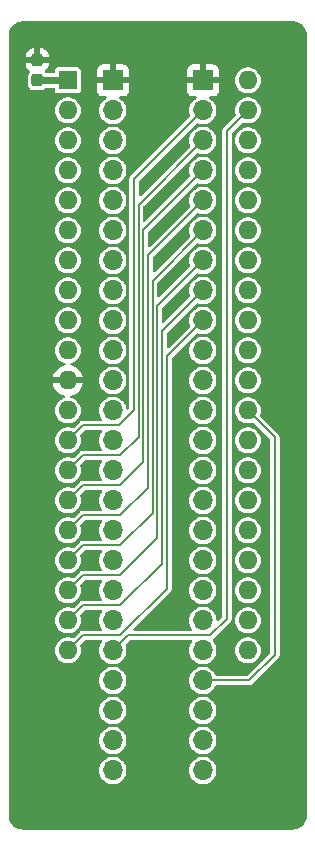
<source format=gbr>
G04 #@! TF.GenerationSoftware,KiCad,Pcbnew,7.0.11+dfsg-1build4*
G04 #@! TF.CreationDate,2024-12-04T21:25:01+09:00*
G04 #@! TF.ProjectId,bionic-z8691,62696f6e-6963-42d7-9a38-3639312e6b69,6*
G04 #@! TF.SameCoordinates,Original*
G04 #@! TF.FileFunction,Copper,L4,Bot*
G04 #@! TF.FilePolarity,Positive*
%FSLAX46Y46*%
G04 Gerber Fmt 4.6, Leading zero omitted, Abs format (unit mm)*
G04 Created by KiCad (PCBNEW 7.0.11+dfsg-1build4) date 2024-12-04 21:25:01*
%MOMM*%
%LPD*%
G01*
G04 APERTURE LIST*
G04 Aperture macros list*
%AMRoundRect*
0 Rectangle with rounded corners*
0 $1 Rounding radius*
0 $2 $3 $4 $5 $6 $7 $8 $9 X,Y pos of 4 corners*
0 Add a 4 corners polygon primitive as box body*
4,1,4,$2,$3,$4,$5,$6,$7,$8,$9,$2,$3,0*
0 Add four circle primitives for the rounded corners*
1,1,$1+$1,$2,$3*
1,1,$1+$1,$4,$5*
1,1,$1+$1,$6,$7*
1,1,$1+$1,$8,$9*
0 Add four rect primitives between the rounded corners*
20,1,$1+$1,$2,$3,$4,$5,0*
20,1,$1+$1,$4,$5,$6,$7,0*
20,1,$1+$1,$6,$7,$8,$9,0*
20,1,$1+$1,$8,$9,$2,$3,0*%
G04 Aperture macros list end*
G04 #@! TA.AperFunction,ComponentPad*
%ADD10R,1.600000X1.600000*%
G04 #@! TD*
G04 #@! TA.AperFunction,ComponentPad*
%ADD11O,1.600000X1.600000*%
G04 #@! TD*
G04 #@! TA.AperFunction,ComponentPad*
%ADD12O,1.700000X1.700000*%
G04 #@! TD*
G04 #@! TA.AperFunction,ComponentPad*
%ADD13R,1.700000X1.700000*%
G04 #@! TD*
G04 #@! TA.AperFunction,SMDPad,CuDef*
%ADD14RoundRect,0.237500X0.237500X-0.300000X0.237500X0.300000X-0.237500X0.300000X-0.237500X-0.300000X0*%
G04 #@! TD*
G04 #@! TA.AperFunction,ViaPad*
%ADD15C,0.600000*%
G04 #@! TD*
G04 #@! TA.AperFunction,Conductor*
%ADD16C,0.600000*%
G04 #@! TD*
G04 #@! TA.AperFunction,Conductor*
%ADD17C,0.800000*%
G04 #@! TD*
G04 #@! TA.AperFunction,Conductor*
%ADD18C,0.200000*%
G04 #@! TD*
G04 APERTURE END LIST*
D10*
X106080000Y-75080000D03*
D11*
X106080000Y-77620000D03*
X106080000Y-80160000D03*
X106080000Y-82700000D03*
X106080000Y-85240000D03*
X106080000Y-87780000D03*
X106080000Y-90320000D03*
X106080000Y-92860000D03*
X106080000Y-95400000D03*
X106080000Y-97940000D03*
X106080000Y-100480000D03*
X106080000Y-103020000D03*
X106080000Y-105560000D03*
X106080000Y-108100000D03*
X106080000Y-110640000D03*
X106080000Y-113180000D03*
X106080000Y-115720000D03*
X106080000Y-118260000D03*
X106080000Y-120800000D03*
X106080000Y-123340000D03*
X121320000Y-123340000D03*
X121320000Y-120800000D03*
X121320000Y-118260000D03*
X121320000Y-115720000D03*
X121320000Y-113180000D03*
X121320000Y-110640000D03*
X121320000Y-108100000D03*
X121320000Y-105560000D03*
X121320000Y-103020000D03*
X121320000Y-100480000D03*
X121320000Y-97940000D03*
X121320000Y-95400000D03*
X121320000Y-92860000D03*
X121320000Y-90320000D03*
X121320000Y-87780000D03*
X121320000Y-85240000D03*
X121320000Y-82700000D03*
X121320000Y-80160000D03*
X121320000Y-77620000D03*
X121320000Y-75080000D03*
D12*
X117510000Y-133500000D03*
X117510000Y-130960000D03*
X117510000Y-128420000D03*
X117510000Y-125880000D03*
X117510000Y-123340000D03*
X117510000Y-120800000D03*
X117510000Y-118260000D03*
X117510000Y-115720000D03*
X117510000Y-113180000D03*
X117510000Y-110640000D03*
X117510000Y-108100000D03*
X117510000Y-105560000D03*
X117510000Y-103020000D03*
X117510000Y-100480000D03*
X117510000Y-97940000D03*
X117510000Y-95400000D03*
X117510000Y-92860000D03*
X117510000Y-90320000D03*
X117510000Y-87780000D03*
X117510000Y-85240000D03*
X117510000Y-82700000D03*
X117510000Y-80160000D03*
X117510000Y-77620000D03*
D13*
X117510000Y-75080000D03*
D14*
X103489200Y-75078900D03*
X103489200Y-73353900D03*
D13*
X109890000Y-75080000D03*
D12*
X109890000Y-77620000D03*
X109890000Y-80160000D03*
X109890000Y-82700000D03*
X109890000Y-85240000D03*
X109890000Y-87780000D03*
X109890000Y-90320000D03*
X109890000Y-92860000D03*
X109890000Y-95400000D03*
X109890000Y-97940000D03*
X109890000Y-100480000D03*
X109890000Y-103020000D03*
X109890000Y-105560000D03*
X109890000Y-108100000D03*
X109890000Y-110640000D03*
X109890000Y-113180000D03*
X109890000Y-115720000D03*
X109890000Y-118260000D03*
X109890000Y-120800000D03*
X109890000Y-123340000D03*
X109890000Y-125880000D03*
X109890000Y-128420000D03*
X109890000Y-130960000D03*
X109890000Y-133500000D03*
D15*
X104302000Y-78890000D03*
X104683000Y-104290000D03*
X106080000Y-73048000D03*
X121193000Y-128547000D03*
X113700000Y-123594000D03*
X113700000Y-132230000D03*
D16*
X103489200Y-75078900D02*
X106078900Y-75078900D01*
D17*
X106078900Y-75078900D02*
X106080000Y-75080000D01*
D18*
X123606000Y-105306000D02*
X121320000Y-103020000D01*
X117510000Y-125880000D02*
X121447000Y-125880000D01*
X123606000Y-123721000D02*
X123606000Y-105306000D01*
X121447000Y-125880000D02*
X123606000Y-123721000D01*
X110398000Y-104290000D02*
X107350000Y-104290000D01*
X111668000Y-83462000D02*
X111668000Y-103020000D01*
X117510000Y-77620000D02*
X111668000Y-83462000D01*
X107350000Y-104290000D02*
X106080000Y-105560000D01*
X111668000Y-103020000D02*
X110398000Y-104290000D01*
X117510000Y-80160000D02*
X112068000Y-85602000D01*
X112068000Y-105287000D02*
X110525000Y-106830000D01*
X112068000Y-85602000D02*
X112068000Y-105287000D01*
X107350000Y-106830000D02*
X106080000Y-108100000D01*
X110525000Y-106830000D02*
X107350000Y-106830000D01*
X112468000Y-87742000D02*
X112468000Y-107427000D01*
X112468000Y-107427000D02*
X110525000Y-109370000D01*
X117510000Y-82700000D02*
X112468000Y-87742000D01*
X107350000Y-109370000D02*
X106080000Y-110640000D01*
X110525000Y-109370000D02*
X107350000Y-109370000D01*
X112868000Y-89882000D02*
X112868000Y-109567000D01*
X107350000Y-111910000D02*
X106080000Y-113180000D01*
X110525000Y-111910000D02*
X107350000Y-111910000D01*
X112868000Y-109567000D02*
X110525000Y-111910000D01*
X117510000Y-85240000D02*
X112868000Y-89882000D01*
X113268000Y-92022000D02*
X113268000Y-111707000D01*
X107350000Y-114450000D02*
X106080000Y-115720000D01*
X117510000Y-87780000D02*
X113268000Y-92022000D01*
X113268000Y-111707000D02*
X110525000Y-114450000D01*
X110525000Y-114450000D02*
X107350000Y-114450000D01*
X113668000Y-94162000D02*
X113668000Y-113847000D01*
X113668000Y-113847000D02*
X110525000Y-116990000D01*
X117510000Y-90320000D02*
X113668000Y-94162000D01*
X110525000Y-116990000D02*
X107350000Y-116990000D01*
X107350000Y-116990000D02*
X106080000Y-118260000D01*
X114068000Y-96302000D02*
X114068000Y-115987000D01*
X117510000Y-92860000D02*
X114068000Y-96302000D01*
X110525000Y-119530000D02*
X107350000Y-119530000D01*
X114068000Y-115987000D02*
X110525000Y-119530000D01*
X107350000Y-119530000D02*
X106080000Y-120800000D01*
X107350000Y-122070000D02*
X106080000Y-123340000D01*
X114468000Y-118127000D02*
X110525000Y-122070000D01*
X114468000Y-98442000D02*
X114468000Y-118127000D01*
X117510000Y-95400000D02*
X114468000Y-98442000D01*
X110525000Y-122070000D02*
X107350000Y-122070000D01*
X119542000Y-79398000D02*
X121320000Y-77620000D01*
X118145000Y-122070000D02*
X119542000Y-120673000D01*
X111160000Y-122070000D02*
X118145000Y-122070000D01*
X119542000Y-120673000D02*
X119542000Y-79398000D01*
X109890000Y-123340000D02*
X111160000Y-122070000D01*
G04 #@! TA.AperFunction,Conductor*
G36*
X125133875Y-70075805D02*
G01*
X125309097Y-70089594D01*
X125324430Y-70092023D01*
X125491550Y-70132145D01*
X125506317Y-70136943D01*
X125665104Y-70202715D01*
X125678926Y-70209758D01*
X125825469Y-70299560D01*
X125838032Y-70308688D01*
X125968717Y-70420303D01*
X125979699Y-70431285D01*
X126091311Y-70561967D01*
X126100440Y-70574532D01*
X126190238Y-70721068D01*
X126197287Y-70734902D01*
X126263054Y-70893678D01*
X126267855Y-70908453D01*
X126307975Y-71075564D01*
X126310405Y-71090907D01*
X126324195Y-71266123D01*
X126324500Y-71273891D01*
X126324500Y-137306108D01*
X126324195Y-137313876D01*
X126310405Y-137489092D01*
X126307975Y-137504435D01*
X126267855Y-137671546D01*
X126263054Y-137686321D01*
X126197287Y-137845097D01*
X126190234Y-137858939D01*
X126100442Y-138005465D01*
X126091311Y-138018032D01*
X125979699Y-138148714D01*
X125968714Y-138159699D01*
X125838032Y-138271311D01*
X125825465Y-138280442D01*
X125678939Y-138370234D01*
X125665097Y-138377287D01*
X125506321Y-138443054D01*
X125491546Y-138447855D01*
X125324435Y-138487975D01*
X125309092Y-138490405D01*
X125149743Y-138502946D01*
X125133874Y-138504195D01*
X125126108Y-138504500D01*
X102273892Y-138504500D01*
X102266125Y-138504195D01*
X102247014Y-138502691D01*
X102090907Y-138490405D01*
X102075564Y-138487975D01*
X101908453Y-138447855D01*
X101893678Y-138443054D01*
X101734902Y-138377287D01*
X101721068Y-138370238D01*
X101574532Y-138280440D01*
X101561967Y-138271311D01*
X101462706Y-138186535D01*
X101431282Y-138159696D01*
X101420303Y-138148717D01*
X101308688Y-138018032D01*
X101299560Y-138005469D01*
X101209758Y-137858926D01*
X101202715Y-137845104D01*
X101136943Y-137686317D01*
X101132144Y-137671546D01*
X101092024Y-137504435D01*
X101089594Y-137489097D01*
X101075805Y-137313875D01*
X101075500Y-137306108D01*
X101075500Y-133500000D01*
X108734571Y-133500000D01*
X108754244Y-133712310D01*
X108812595Y-133917389D01*
X108907634Y-134108255D01*
X109036128Y-134278407D01*
X109036135Y-134278413D01*
X109193692Y-134422047D01*
X109193699Y-134422053D01*
X109297389Y-134486255D01*
X109374981Y-134534298D01*
X109573802Y-134611321D01*
X109783390Y-134650500D01*
X109996610Y-134650500D01*
X110206198Y-134611321D01*
X110405019Y-134534298D01*
X110586302Y-134422052D01*
X110743872Y-134278407D01*
X110872366Y-134108255D01*
X110967405Y-133917389D01*
X111025756Y-133712310D01*
X111045429Y-133500000D01*
X116354571Y-133500000D01*
X116374244Y-133712310D01*
X116432595Y-133917389D01*
X116527634Y-134108255D01*
X116656128Y-134278407D01*
X116656135Y-134278413D01*
X116813692Y-134422047D01*
X116813699Y-134422053D01*
X116917389Y-134486255D01*
X116994981Y-134534298D01*
X117193802Y-134611321D01*
X117403390Y-134650500D01*
X117616610Y-134650500D01*
X117826198Y-134611321D01*
X118025019Y-134534298D01*
X118206302Y-134422052D01*
X118363872Y-134278407D01*
X118492366Y-134108255D01*
X118587405Y-133917389D01*
X118645756Y-133712310D01*
X118665429Y-133500000D01*
X118645756Y-133287690D01*
X118587405Y-133082611D01*
X118492366Y-132891745D01*
X118363872Y-132721593D01*
X118309623Y-132672139D01*
X118206307Y-132577952D01*
X118206300Y-132577946D01*
X118025024Y-132465705D01*
X118025019Y-132465702D01*
X117826195Y-132388678D01*
X117616610Y-132349500D01*
X117403390Y-132349500D01*
X117193804Y-132388678D01*
X116994980Y-132465702D01*
X116994975Y-132465705D01*
X116813699Y-132577946D01*
X116813692Y-132577952D01*
X116656135Y-132721586D01*
X116656131Y-132721589D01*
X116656128Y-132721593D01*
X116656125Y-132721597D01*
X116527635Y-132891743D01*
X116527630Y-132891752D01*
X116432596Y-133082608D01*
X116374244Y-133287688D01*
X116374244Y-133287690D01*
X116354571Y-133500000D01*
X111045429Y-133500000D01*
X111025756Y-133287690D01*
X110967405Y-133082611D01*
X110872366Y-132891745D01*
X110743872Y-132721593D01*
X110689623Y-132672139D01*
X110586307Y-132577952D01*
X110586300Y-132577946D01*
X110405024Y-132465705D01*
X110405019Y-132465702D01*
X110206195Y-132388678D01*
X109996610Y-132349500D01*
X109783390Y-132349500D01*
X109573804Y-132388678D01*
X109374980Y-132465702D01*
X109374975Y-132465705D01*
X109193699Y-132577946D01*
X109193692Y-132577952D01*
X109036135Y-132721586D01*
X109036131Y-132721589D01*
X109036128Y-132721593D01*
X109036125Y-132721597D01*
X108907635Y-132891743D01*
X108907630Y-132891752D01*
X108812596Y-133082608D01*
X108754244Y-133287688D01*
X108754244Y-133287690D01*
X108734571Y-133500000D01*
X101075500Y-133500000D01*
X101075500Y-130960000D01*
X108734571Y-130960000D01*
X108754244Y-131172310D01*
X108812595Y-131377389D01*
X108907634Y-131568255D01*
X109036128Y-131738407D01*
X109036135Y-131738413D01*
X109193692Y-131882047D01*
X109193699Y-131882053D01*
X109297389Y-131946255D01*
X109374981Y-131994298D01*
X109573802Y-132071321D01*
X109783390Y-132110500D01*
X109996610Y-132110500D01*
X110206198Y-132071321D01*
X110405019Y-131994298D01*
X110586302Y-131882052D01*
X110743872Y-131738407D01*
X110872366Y-131568255D01*
X110967405Y-131377389D01*
X111025756Y-131172310D01*
X111045429Y-130960000D01*
X116354571Y-130960000D01*
X116374244Y-131172310D01*
X116432595Y-131377389D01*
X116527634Y-131568255D01*
X116656128Y-131738407D01*
X116656135Y-131738413D01*
X116813692Y-131882047D01*
X116813699Y-131882053D01*
X116917389Y-131946255D01*
X116994981Y-131994298D01*
X117193802Y-132071321D01*
X117403390Y-132110500D01*
X117616610Y-132110500D01*
X117826198Y-132071321D01*
X118025019Y-131994298D01*
X118206302Y-131882052D01*
X118363872Y-131738407D01*
X118492366Y-131568255D01*
X118587405Y-131377389D01*
X118645756Y-131172310D01*
X118665429Y-130960000D01*
X118645756Y-130747690D01*
X118587405Y-130542611D01*
X118492366Y-130351745D01*
X118363872Y-130181593D01*
X118309623Y-130132139D01*
X118206307Y-130037952D01*
X118206300Y-130037946D01*
X118025024Y-129925705D01*
X118025019Y-129925702D01*
X117826195Y-129848678D01*
X117616610Y-129809500D01*
X117403390Y-129809500D01*
X117193804Y-129848678D01*
X116994980Y-129925702D01*
X116994975Y-129925705D01*
X116813699Y-130037946D01*
X116813692Y-130037952D01*
X116656135Y-130181586D01*
X116656131Y-130181589D01*
X116656128Y-130181593D01*
X116656125Y-130181597D01*
X116527635Y-130351743D01*
X116527630Y-130351752D01*
X116432596Y-130542608D01*
X116374244Y-130747688D01*
X116374244Y-130747690D01*
X116354571Y-130960000D01*
X111045429Y-130960000D01*
X111025756Y-130747690D01*
X110967405Y-130542611D01*
X110872366Y-130351745D01*
X110743872Y-130181593D01*
X110689623Y-130132139D01*
X110586307Y-130037952D01*
X110586300Y-130037946D01*
X110405024Y-129925705D01*
X110405019Y-129925702D01*
X110206195Y-129848678D01*
X109996610Y-129809500D01*
X109783390Y-129809500D01*
X109573804Y-129848678D01*
X109374980Y-129925702D01*
X109374975Y-129925705D01*
X109193699Y-130037946D01*
X109193692Y-130037952D01*
X109036135Y-130181586D01*
X109036131Y-130181589D01*
X109036128Y-130181593D01*
X109036125Y-130181597D01*
X108907635Y-130351743D01*
X108907630Y-130351752D01*
X108812596Y-130542608D01*
X108754244Y-130747688D01*
X108754244Y-130747690D01*
X108734571Y-130960000D01*
X101075500Y-130960000D01*
X101075500Y-128420000D01*
X108734571Y-128420000D01*
X108754244Y-128632310D01*
X108812595Y-128837389D01*
X108907634Y-129028255D01*
X109036128Y-129198407D01*
X109036135Y-129198413D01*
X109193692Y-129342047D01*
X109193699Y-129342053D01*
X109297389Y-129406255D01*
X109374981Y-129454298D01*
X109573802Y-129531321D01*
X109783390Y-129570500D01*
X109996610Y-129570500D01*
X110206198Y-129531321D01*
X110405019Y-129454298D01*
X110586302Y-129342052D01*
X110743872Y-129198407D01*
X110872366Y-129028255D01*
X110967405Y-128837389D01*
X111025756Y-128632310D01*
X111045429Y-128420000D01*
X116354571Y-128420000D01*
X116374244Y-128632310D01*
X116432595Y-128837389D01*
X116527634Y-129028255D01*
X116656128Y-129198407D01*
X116656135Y-129198413D01*
X116813692Y-129342047D01*
X116813699Y-129342053D01*
X116917389Y-129406255D01*
X116994981Y-129454298D01*
X117193802Y-129531321D01*
X117403390Y-129570500D01*
X117616610Y-129570500D01*
X117826198Y-129531321D01*
X118025019Y-129454298D01*
X118206302Y-129342052D01*
X118363872Y-129198407D01*
X118492366Y-129028255D01*
X118587405Y-128837389D01*
X118645756Y-128632310D01*
X118665429Y-128420000D01*
X118645756Y-128207690D01*
X118587405Y-128002611D01*
X118492366Y-127811745D01*
X118363872Y-127641593D01*
X118309623Y-127592139D01*
X118206307Y-127497952D01*
X118206300Y-127497946D01*
X118025024Y-127385705D01*
X118025019Y-127385702D01*
X117826195Y-127308678D01*
X117616610Y-127269500D01*
X117403390Y-127269500D01*
X117193804Y-127308678D01*
X116994980Y-127385702D01*
X116994975Y-127385705D01*
X116813699Y-127497946D01*
X116813692Y-127497952D01*
X116656135Y-127641586D01*
X116656131Y-127641589D01*
X116656128Y-127641593D01*
X116656125Y-127641597D01*
X116527635Y-127811743D01*
X116527630Y-127811752D01*
X116432596Y-128002608D01*
X116374244Y-128207688D01*
X116374244Y-128207690D01*
X116354571Y-128420000D01*
X111045429Y-128420000D01*
X111025756Y-128207690D01*
X110967405Y-128002611D01*
X110872366Y-127811745D01*
X110743872Y-127641593D01*
X110689623Y-127592139D01*
X110586307Y-127497952D01*
X110586300Y-127497946D01*
X110405024Y-127385705D01*
X110405019Y-127385702D01*
X110206195Y-127308678D01*
X109996610Y-127269500D01*
X109783390Y-127269500D01*
X109573804Y-127308678D01*
X109374980Y-127385702D01*
X109374975Y-127385705D01*
X109193699Y-127497946D01*
X109193692Y-127497952D01*
X109036135Y-127641586D01*
X109036131Y-127641589D01*
X109036128Y-127641593D01*
X109036125Y-127641597D01*
X108907635Y-127811743D01*
X108907630Y-127811752D01*
X108812596Y-128002608D01*
X108754244Y-128207688D01*
X108754244Y-128207690D01*
X108734571Y-128420000D01*
X101075500Y-128420000D01*
X101075500Y-125880000D01*
X108734571Y-125880000D01*
X108754244Y-126092310D01*
X108812595Y-126297389D01*
X108907634Y-126488255D01*
X109036128Y-126658407D01*
X109036135Y-126658413D01*
X109193692Y-126802047D01*
X109193699Y-126802053D01*
X109297389Y-126866255D01*
X109374981Y-126914298D01*
X109573802Y-126991321D01*
X109783390Y-127030500D01*
X109996610Y-127030500D01*
X110206198Y-126991321D01*
X110405019Y-126914298D01*
X110586302Y-126802052D01*
X110743872Y-126658407D01*
X110872366Y-126488255D01*
X110967405Y-126297389D01*
X111025756Y-126092310D01*
X111045429Y-125880000D01*
X116354571Y-125880000D01*
X116374244Y-126092310D01*
X116432595Y-126297389D01*
X116527634Y-126488255D01*
X116656128Y-126658407D01*
X116656135Y-126658413D01*
X116813692Y-126802047D01*
X116813699Y-126802053D01*
X116917389Y-126866255D01*
X116994981Y-126914298D01*
X117193802Y-126991321D01*
X117403390Y-127030500D01*
X117616610Y-127030500D01*
X117826198Y-126991321D01*
X118025019Y-126914298D01*
X118206302Y-126802052D01*
X118363872Y-126658407D01*
X118492366Y-126488255D01*
X118568492Y-126335372D01*
X118611354Y-126291710D01*
X118657113Y-126280500D01*
X121510432Y-126280500D01*
X121510433Y-126280500D01*
X121533382Y-126273043D01*
X121548465Y-126269421D01*
X121572304Y-126265646D01*
X121593802Y-126254690D01*
X121608151Y-126248748D01*
X121631090Y-126241296D01*
X121650612Y-126227111D01*
X121663849Y-126219000D01*
X121685342Y-126208050D01*
X121702261Y-126191129D01*
X121702265Y-126191127D01*
X121707907Y-126185485D01*
X121707909Y-126185484D01*
X123911484Y-123981909D01*
X123911485Y-123981907D01*
X123917127Y-123976265D01*
X123917129Y-123976261D01*
X123934050Y-123959342D01*
X123945000Y-123937849D01*
X123953111Y-123924612D01*
X123967296Y-123905090D01*
X123974748Y-123882151D01*
X123980690Y-123867802D01*
X123991646Y-123846304D01*
X123995421Y-123822465D01*
X123999043Y-123807382D01*
X124006500Y-123784433D01*
X124006500Y-123657567D01*
X124006500Y-105274481D01*
X124006500Y-105270983D01*
X124006499Y-105270953D01*
X124006499Y-105242567D01*
X124006498Y-105242565D01*
X123999047Y-105219633D01*
X123995419Y-105204523D01*
X123991646Y-105180697D01*
X123991646Y-105180696D01*
X123980690Y-105159195D01*
X123974750Y-105144852D01*
X123967297Y-105121913D01*
X123967296Y-105121912D01*
X123967296Y-105121910D01*
X123953117Y-105102395D01*
X123945000Y-105089149D01*
X123934050Y-105067658D01*
X123934049Y-105067657D01*
X123844342Y-104977949D01*
X123844342Y-104977950D01*
X122377336Y-103510943D01*
X122349559Y-103456426D01*
X122352118Y-103413848D01*
X122406397Y-103223083D01*
X122425215Y-103020000D01*
X122406397Y-102816917D01*
X122350582Y-102620750D01*
X122259673Y-102438179D01*
X122136764Y-102275421D01*
X121986041Y-102138019D01*
X121812637Y-102030652D01*
X121622456Y-101956976D01*
X121622455Y-101956975D01*
X121622453Y-101956975D01*
X121421976Y-101919500D01*
X121218024Y-101919500D01*
X121017546Y-101956975D01*
X120947632Y-101984059D01*
X120827363Y-102030652D01*
X120718676Y-102097948D01*
X120653959Y-102138019D01*
X120503237Y-102275420D01*
X120380328Y-102438177D01*
X120380323Y-102438186D01*
X120298450Y-102602611D01*
X120289418Y-102620750D01*
X120233603Y-102816917D01*
X120214785Y-103020000D01*
X120233603Y-103223083D01*
X120289418Y-103419250D01*
X120380327Y-103601821D01*
X120503236Y-103764579D01*
X120653959Y-103901981D01*
X120827363Y-104009348D01*
X121017544Y-104083024D01*
X121218024Y-104120500D01*
X121421976Y-104120500D01*
X121622456Y-104083024D01*
X121702259Y-104052107D01*
X121763351Y-104048718D01*
X121808026Y-104074419D01*
X123176504Y-105442896D01*
X123204281Y-105497413D01*
X123205500Y-105512900D01*
X123205500Y-123514099D01*
X123186593Y-123572290D01*
X123176504Y-123584103D01*
X121310103Y-125450504D01*
X121255586Y-125478281D01*
X121240099Y-125479500D01*
X118657113Y-125479500D01*
X118598922Y-125460593D01*
X118568492Y-125424628D01*
X118492369Y-125271752D01*
X118492366Y-125271745D01*
X118363872Y-125101593D01*
X118309623Y-125052139D01*
X118206307Y-124957952D01*
X118206300Y-124957946D01*
X118025024Y-124845705D01*
X118025019Y-124845702D01*
X117826195Y-124768678D01*
X117616610Y-124729500D01*
X117403390Y-124729500D01*
X117193804Y-124768678D01*
X116994980Y-124845702D01*
X116994975Y-124845705D01*
X116813699Y-124957946D01*
X116813692Y-124957952D01*
X116656135Y-125101586D01*
X116656131Y-125101589D01*
X116656128Y-125101593D01*
X116656125Y-125101597D01*
X116527635Y-125271743D01*
X116527630Y-125271752D01*
X116432596Y-125462608D01*
X116432595Y-125462611D01*
X116427790Y-125479500D01*
X116374244Y-125667688D01*
X116374244Y-125667690D01*
X116354571Y-125880000D01*
X111045429Y-125880000D01*
X111025756Y-125667690D01*
X110967405Y-125462611D01*
X110872366Y-125271745D01*
X110743872Y-125101593D01*
X110689623Y-125052139D01*
X110586307Y-124957952D01*
X110586300Y-124957946D01*
X110405024Y-124845705D01*
X110405019Y-124845702D01*
X110206195Y-124768678D01*
X109996610Y-124729500D01*
X109783390Y-124729500D01*
X109573804Y-124768678D01*
X109374980Y-124845702D01*
X109374975Y-124845705D01*
X109193699Y-124957946D01*
X109193692Y-124957952D01*
X109036135Y-125101586D01*
X109036131Y-125101589D01*
X109036128Y-125101593D01*
X109036125Y-125101597D01*
X108907635Y-125271743D01*
X108907630Y-125271752D01*
X108812596Y-125462608D01*
X108812595Y-125462611D01*
X108807790Y-125479500D01*
X108754244Y-125667688D01*
X108754244Y-125667690D01*
X108734571Y-125880000D01*
X101075500Y-125880000D01*
X101075500Y-123340000D01*
X104974785Y-123340000D01*
X104993603Y-123543083D01*
X105049418Y-123739250D01*
X105140327Y-123921821D01*
X105263236Y-124084579D01*
X105413959Y-124221981D01*
X105587363Y-124329348D01*
X105777544Y-124403024D01*
X105978024Y-124440500D01*
X106181976Y-124440500D01*
X106382456Y-124403024D01*
X106572637Y-124329348D01*
X106746041Y-124221981D01*
X106896764Y-124084579D01*
X107019673Y-123921821D01*
X107110582Y-123739250D01*
X107166397Y-123543083D01*
X107185215Y-123340000D01*
X107166397Y-123136917D01*
X107112118Y-122946148D01*
X107114379Y-122885010D01*
X107137336Y-122849056D01*
X107486897Y-122499496D01*
X107541413Y-122471719D01*
X107556900Y-122470500D01*
X108906099Y-122470500D01*
X108964290Y-122489407D01*
X109000254Y-122538907D01*
X109000254Y-122600093D01*
X108985103Y-122629161D01*
X108907635Y-122731743D01*
X108907630Y-122731752D01*
X108812596Y-122922608D01*
X108754244Y-123127688D01*
X108754244Y-123127690D01*
X108734571Y-123340000D01*
X108754244Y-123552310D01*
X108812595Y-123757389D01*
X108907634Y-123948255D01*
X109036128Y-124118407D01*
X109036135Y-124118413D01*
X109193692Y-124262047D01*
X109193699Y-124262053D01*
X109297389Y-124326255D01*
X109374981Y-124374298D01*
X109573802Y-124451321D01*
X109783390Y-124490500D01*
X109996610Y-124490500D01*
X110206198Y-124451321D01*
X110405019Y-124374298D01*
X110586302Y-124262052D01*
X110743872Y-124118407D01*
X110872366Y-123948255D01*
X110967405Y-123757389D01*
X111025756Y-123552310D01*
X111045429Y-123340000D01*
X111025756Y-123127690D01*
X110967405Y-122922611D01*
X110967401Y-122922604D01*
X110965752Y-122918344D01*
X110967132Y-122917809D01*
X110959019Y-122863364D01*
X110986651Y-122809741D01*
X111296897Y-122499496D01*
X111351413Y-122471719D01*
X111366900Y-122470500D01*
X116526099Y-122470500D01*
X116584290Y-122489407D01*
X116620254Y-122538907D01*
X116620254Y-122600093D01*
X116605103Y-122629161D01*
X116527635Y-122731743D01*
X116527630Y-122731752D01*
X116432596Y-122922608D01*
X116374244Y-123127688D01*
X116374244Y-123127690D01*
X116354571Y-123340000D01*
X116374244Y-123552310D01*
X116432595Y-123757389D01*
X116527634Y-123948255D01*
X116656128Y-124118407D01*
X116656135Y-124118413D01*
X116813692Y-124262047D01*
X116813699Y-124262053D01*
X116917389Y-124326255D01*
X116994981Y-124374298D01*
X117193802Y-124451321D01*
X117403390Y-124490500D01*
X117616610Y-124490500D01*
X117826198Y-124451321D01*
X118025019Y-124374298D01*
X118206302Y-124262052D01*
X118363872Y-124118407D01*
X118492366Y-123948255D01*
X118587405Y-123757389D01*
X118645756Y-123552310D01*
X118665429Y-123340000D01*
X120214785Y-123340000D01*
X120233603Y-123543083D01*
X120289418Y-123739250D01*
X120380327Y-123921821D01*
X120503236Y-124084579D01*
X120653959Y-124221981D01*
X120827363Y-124329348D01*
X121017544Y-124403024D01*
X121218024Y-124440500D01*
X121421976Y-124440500D01*
X121622456Y-124403024D01*
X121812637Y-124329348D01*
X121986041Y-124221981D01*
X122136764Y-124084579D01*
X122259673Y-123921821D01*
X122350582Y-123739250D01*
X122406397Y-123543083D01*
X122425215Y-123340000D01*
X122406397Y-123136917D01*
X122350582Y-122940750D01*
X122259673Y-122758179D01*
X122136764Y-122595421D01*
X121986041Y-122458019D01*
X121812637Y-122350652D01*
X121622456Y-122276976D01*
X121622455Y-122276975D01*
X121622453Y-122276975D01*
X121421976Y-122239500D01*
X121218024Y-122239500D01*
X121017546Y-122276975D01*
X120995334Y-122285580D01*
X120827363Y-122350652D01*
X120697118Y-122431296D01*
X120653959Y-122458019D01*
X120503237Y-122595420D01*
X120380328Y-122758177D01*
X120380323Y-122758186D01*
X120298450Y-122922611D01*
X120289418Y-122940750D01*
X120233603Y-123136917D01*
X120214785Y-123340000D01*
X118665429Y-123340000D01*
X118645756Y-123127690D01*
X118587405Y-122922611D01*
X118492366Y-122731745D01*
X118363872Y-122561593D01*
X118363869Y-122561590D01*
X118361524Y-122559452D01*
X118360865Y-122558295D01*
X118360788Y-122558210D01*
X118360807Y-122558192D01*
X118331260Y-122506275D01*
X118338032Y-122445466D01*
X118377056Y-122402661D01*
X118377035Y-122402633D01*
X118377175Y-122402531D01*
X118379254Y-122400251D01*
X118383254Y-122398094D01*
X118383342Y-122398050D01*
X118400261Y-122381129D01*
X118400265Y-122381127D01*
X118405906Y-122375485D01*
X118405909Y-122375484D01*
X119847483Y-120933909D01*
X119870050Y-120911342D01*
X119881002Y-120889843D01*
X119889115Y-120876605D01*
X119903296Y-120857090D01*
X119910751Y-120834144D01*
X119916695Y-120819795D01*
X119917345Y-120818519D01*
X119926782Y-120800000D01*
X120214785Y-120800000D01*
X120233603Y-121003083D01*
X120289418Y-121199250D01*
X120380327Y-121381821D01*
X120503236Y-121544579D01*
X120653959Y-121681981D01*
X120827363Y-121789348D01*
X121017544Y-121863024D01*
X121218024Y-121900500D01*
X121421976Y-121900500D01*
X121622456Y-121863024D01*
X121812637Y-121789348D01*
X121986041Y-121681981D01*
X122136764Y-121544579D01*
X122259673Y-121381821D01*
X122350582Y-121199250D01*
X122406397Y-121003083D01*
X122425215Y-120800000D01*
X122406397Y-120596917D01*
X122350582Y-120400750D01*
X122259673Y-120218179D01*
X122136764Y-120055421D01*
X121986041Y-119918019D01*
X121812637Y-119810652D01*
X121622456Y-119736976D01*
X121622455Y-119736975D01*
X121622453Y-119736975D01*
X121421976Y-119699500D01*
X121218024Y-119699500D01*
X121017546Y-119736975D01*
X120995334Y-119745580D01*
X120827363Y-119810652D01*
X120718676Y-119877948D01*
X120653959Y-119918019D01*
X120503237Y-120055420D01*
X120380328Y-120218177D01*
X120380323Y-120218186D01*
X120298450Y-120382611D01*
X120289418Y-120400750D01*
X120233603Y-120596917D01*
X120214785Y-120800000D01*
X119926782Y-120800000D01*
X119927646Y-120798304D01*
X119931419Y-120774473D01*
X119935048Y-120759364D01*
X119942498Y-120736435D01*
X119942499Y-120736434D01*
X119942499Y-120708621D01*
X119942500Y-120708596D01*
X119942500Y-118260000D01*
X120214785Y-118260000D01*
X120233603Y-118463083D01*
X120289418Y-118659250D01*
X120380327Y-118841821D01*
X120503236Y-119004579D01*
X120653959Y-119141981D01*
X120827363Y-119249348D01*
X121017544Y-119323024D01*
X121218024Y-119360500D01*
X121421976Y-119360500D01*
X121622456Y-119323024D01*
X121812637Y-119249348D01*
X121986041Y-119141981D01*
X122136764Y-119004579D01*
X122259673Y-118841821D01*
X122350582Y-118659250D01*
X122406397Y-118463083D01*
X122425215Y-118260000D01*
X122406397Y-118056917D01*
X122350582Y-117860750D01*
X122259673Y-117678179D01*
X122136764Y-117515421D01*
X121986041Y-117378019D01*
X121812637Y-117270652D01*
X121622456Y-117196976D01*
X121622455Y-117196975D01*
X121622453Y-117196975D01*
X121421976Y-117159500D01*
X121218024Y-117159500D01*
X121017546Y-117196975D01*
X120995334Y-117205580D01*
X120827363Y-117270652D01*
X120718676Y-117337948D01*
X120653959Y-117378019D01*
X120503237Y-117515420D01*
X120380328Y-117678177D01*
X120380323Y-117678186D01*
X120298450Y-117842611D01*
X120289418Y-117860750D01*
X120233603Y-118056917D01*
X120214785Y-118260000D01*
X119942500Y-118260000D01*
X119942500Y-115720000D01*
X120214785Y-115720000D01*
X120233603Y-115923083D01*
X120289418Y-116119250D01*
X120380327Y-116301821D01*
X120503236Y-116464579D01*
X120653959Y-116601981D01*
X120827363Y-116709348D01*
X121017544Y-116783024D01*
X121218024Y-116820500D01*
X121421976Y-116820500D01*
X121622456Y-116783024D01*
X121812637Y-116709348D01*
X121986041Y-116601981D01*
X122136764Y-116464579D01*
X122259673Y-116301821D01*
X122350582Y-116119250D01*
X122406397Y-115923083D01*
X122425215Y-115720000D01*
X122406397Y-115516917D01*
X122350582Y-115320750D01*
X122259673Y-115138179D01*
X122136764Y-114975421D01*
X121986041Y-114838019D01*
X121812637Y-114730652D01*
X121622456Y-114656976D01*
X121622455Y-114656975D01*
X121622453Y-114656975D01*
X121421976Y-114619500D01*
X121218024Y-114619500D01*
X121017546Y-114656975D01*
X120995334Y-114665580D01*
X120827363Y-114730652D01*
X120718676Y-114797948D01*
X120653959Y-114838019D01*
X120503237Y-114975420D01*
X120380328Y-115138177D01*
X120380323Y-115138186D01*
X120298450Y-115302611D01*
X120289418Y-115320750D01*
X120233603Y-115516917D01*
X120214785Y-115720000D01*
X119942500Y-115720000D01*
X119942500Y-113180000D01*
X120214785Y-113180000D01*
X120233603Y-113383083D01*
X120289418Y-113579250D01*
X120380327Y-113761821D01*
X120503236Y-113924579D01*
X120653959Y-114061981D01*
X120827363Y-114169348D01*
X121017544Y-114243024D01*
X121218024Y-114280500D01*
X121421976Y-114280500D01*
X121622456Y-114243024D01*
X121812637Y-114169348D01*
X121986041Y-114061981D01*
X122136764Y-113924579D01*
X122259673Y-113761821D01*
X122350582Y-113579250D01*
X122406397Y-113383083D01*
X122425215Y-113180000D01*
X122406397Y-112976917D01*
X122350582Y-112780750D01*
X122259673Y-112598179D01*
X122136764Y-112435421D01*
X121986041Y-112298019D01*
X121812637Y-112190652D01*
X121622456Y-112116976D01*
X121622455Y-112116975D01*
X121622453Y-112116975D01*
X121421976Y-112079500D01*
X121218024Y-112079500D01*
X121017546Y-112116975D01*
X120995334Y-112125580D01*
X120827363Y-112190652D01*
X120653959Y-112298019D01*
X120503236Y-112435421D01*
X120477757Y-112469161D01*
X120380328Y-112598177D01*
X120380323Y-112598186D01*
X120298450Y-112762611D01*
X120289418Y-112780750D01*
X120233603Y-112976917D01*
X120214785Y-113180000D01*
X119942500Y-113180000D01*
X119942500Y-110640000D01*
X120214785Y-110640000D01*
X120233603Y-110843083D01*
X120289418Y-111039250D01*
X120380327Y-111221821D01*
X120503236Y-111384579D01*
X120653959Y-111521981D01*
X120827363Y-111629348D01*
X121017544Y-111703024D01*
X121218024Y-111740500D01*
X121421976Y-111740500D01*
X121622456Y-111703024D01*
X121812637Y-111629348D01*
X121986041Y-111521981D01*
X122136764Y-111384579D01*
X122259673Y-111221821D01*
X122350582Y-111039250D01*
X122406397Y-110843083D01*
X122425215Y-110640000D01*
X122406397Y-110436917D01*
X122350582Y-110240750D01*
X122259673Y-110058179D01*
X122136764Y-109895421D01*
X121986041Y-109758019D01*
X121812637Y-109650652D01*
X121622456Y-109576976D01*
X121622455Y-109576975D01*
X121622453Y-109576975D01*
X121421976Y-109539500D01*
X121218024Y-109539500D01*
X121017546Y-109576975D01*
X120995334Y-109585580D01*
X120827363Y-109650652D01*
X120718676Y-109717948D01*
X120653959Y-109758019D01*
X120503237Y-109895420D01*
X120380328Y-110058177D01*
X120380323Y-110058186D01*
X120298450Y-110222611D01*
X120289418Y-110240750D01*
X120233603Y-110436917D01*
X120214785Y-110640000D01*
X119942500Y-110640000D01*
X119942500Y-108100000D01*
X120214785Y-108100000D01*
X120233603Y-108303083D01*
X120289418Y-108499250D01*
X120380327Y-108681821D01*
X120503236Y-108844579D01*
X120653959Y-108981981D01*
X120827363Y-109089348D01*
X121017544Y-109163024D01*
X121218024Y-109200500D01*
X121421976Y-109200500D01*
X121622456Y-109163024D01*
X121812637Y-109089348D01*
X121986041Y-108981981D01*
X122136764Y-108844579D01*
X122259673Y-108681821D01*
X122350582Y-108499250D01*
X122406397Y-108303083D01*
X122425215Y-108100000D01*
X122406397Y-107896917D01*
X122350582Y-107700750D01*
X122259673Y-107518179D01*
X122136764Y-107355421D01*
X121986041Y-107218019D01*
X121812637Y-107110652D01*
X121622456Y-107036976D01*
X121622455Y-107036975D01*
X121622453Y-107036975D01*
X121421976Y-106999500D01*
X121218024Y-106999500D01*
X121017546Y-107036975D01*
X120995334Y-107045580D01*
X120827363Y-107110652D01*
X120718676Y-107177948D01*
X120653959Y-107218019D01*
X120503237Y-107355420D01*
X120380328Y-107518177D01*
X120380323Y-107518186D01*
X120298450Y-107682611D01*
X120289418Y-107700750D01*
X120233603Y-107896917D01*
X120214785Y-108100000D01*
X119942500Y-108100000D01*
X119942500Y-105560000D01*
X120214785Y-105560000D01*
X120233603Y-105763083D01*
X120289418Y-105959250D01*
X120380327Y-106141821D01*
X120503236Y-106304579D01*
X120653959Y-106441981D01*
X120827363Y-106549348D01*
X121017544Y-106623024D01*
X121218024Y-106660500D01*
X121421976Y-106660500D01*
X121622456Y-106623024D01*
X121812637Y-106549348D01*
X121986041Y-106441981D01*
X122136764Y-106304579D01*
X122259673Y-106141821D01*
X122350582Y-105959250D01*
X122406397Y-105763083D01*
X122425215Y-105560000D01*
X122406397Y-105356917D01*
X122350582Y-105160750D01*
X122259673Y-104978179D01*
X122136764Y-104815421D01*
X121986041Y-104678019D01*
X121812637Y-104570652D01*
X121622456Y-104496976D01*
X121622455Y-104496975D01*
X121622453Y-104496975D01*
X121421976Y-104459500D01*
X121218024Y-104459500D01*
X121017546Y-104496975D01*
X120995334Y-104505580D01*
X120827363Y-104570652D01*
X120653959Y-104678019D01*
X120503237Y-104815420D01*
X120380328Y-104978177D01*
X120380323Y-104978186D01*
X120289419Y-105160747D01*
X120289418Y-105160750D01*
X120233603Y-105356917D01*
X120214785Y-105560000D01*
X119942500Y-105560000D01*
X119942500Y-100480000D01*
X120214785Y-100480000D01*
X120233603Y-100683083D01*
X120289418Y-100879250D01*
X120380327Y-101061821D01*
X120503236Y-101224579D01*
X120653959Y-101361981D01*
X120827363Y-101469348D01*
X121017544Y-101543024D01*
X121218024Y-101580500D01*
X121421976Y-101580500D01*
X121622456Y-101543024D01*
X121812637Y-101469348D01*
X121986041Y-101361981D01*
X122136764Y-101224579D01*
X122259673Y-101061821D01*
X122350582Y-100879250D01*
X122406397Y-100683083D01*
X122425215Y-100480000D01*
X122406397Y-100276917D01*
X122350582Y-100080750D01*
X122259673Y-99898179D01*
X122136764Y-99735421D01*
X121986041Y-99598019D01*
X121812637Y-99490652D01*
X121622456Y-99416976D01*
X121622455Y-99416975D01*
X121622453Y-99416975D01*
X121421976Y-99379500D01*
X121218024Y-99379500D01*
X121017546Y-99416975D01*
X120947632Y-99444059D01*
X120827363Y-99490652D01*
X120718676Y-99557948D01*
X120653959Y-99598019D01*
X120503237Y-99735420D01*
X120380328Y-99898177D01*
X120380323Y-99898186D01*
X120298450Y-100062611D01*
X120289418Y-100080750D01*
X120233603Y-100276917D01*
X120214785Y-100480000D01*
X119942500Y-100480000D01*
X119942500Y-97940000D01*
X120214785Y-97940000D01*
X120233603Y-98143083D01*
X120289418Y-98339250D01*
X120380327Y-98521821D01*
X120503236Y-98684579D01*
X120653959Y-98821981D01*
X120827363Y-98929348D01*
X121017544Y-99003024D01*
X121218024Y-99040500D01*
X121421976Y-99040500D01*
X121622456Y-99003024D01*
X121812637Y-98929348D01*
X121986041Y-98821981D01*
X122136764Y-98684579D01*
X122259673Y-98521821D01*
X122350582Y-98339250D01*
X122406397Y-98143083D01*
X122425215Y-97940000D01*
X122406397Y-97736917D01*
X122350582Y-97540750D01*
X122259673Y-97358179D01*
X122136764Y-97195421D01*
X121986041Y-97058019D01*
X121812637Y-96950652D01*
X121622456Y-96876976D01*
X121622455Y-96876975D01*
X121622453Y-96876975D01*
X121421976Y-96839500D01*
X121218024Y-96839500D01*
X121017546Y-96876975D01*
X120947632Y-96904059D01*
X120827363Y-96950652D01*
X120718676Y-97017948D01*
X120653959Y-97058019D01*
X120503237Y-97195420D01*
X120380328Y-97358177D01*
X120380323Y-97358186D01*
X120298450Y-97522611D01*
X120289418Y-97540750D01*
X120233603Y-97736917D01*
X120214785Y-97940000D01*
X119942500Y-97940000D01*
X119942500Y-95400000D01*
X120214785Y-95400000D01*
X120233603Y-95603083D01*
X120289418Y-95799250D01*
X120380327Y-95981821D01*
X120503236Y-96144579D01*
X120653959Y-96281981D01*
X120827363Y-96389348D01*
X121017544Y-96463024D01*
X121218024Y-96500500D01*
X121421976Y-96500500D01*
X121622456Y-96463024D01*
X121812637Y-96389348D01*
X121986041Y-96281981D01*
X122136764Y-96144579D01*
X122259673Y-95981821D01*
X122350582Y-95799250D01*
X122406397Y-95603083D01*
X122425215Y-95400000D01*
X122406397Y-95196917D01*
X122350582Y-95000750D01*
X122259673Y-94818179D01*
X122136764Y-94655421D01*
X121986041Y-94518019D01*
X121812637Y-94410652D01*
X121622456Y-94336976D01*
X121622455Y-94336975D01*
X121622453Y-94336975D01*
X121421976Y-94299500D01*
X121218024Y-94299500D01*
X121017546Y-94336975D01*
X120947632Y-94364059D01*
X120827363Y-94410652D01*
X120718676Y-94477948D01*
X120653959Y-94518019D01*
X120503237Y-94655420D01*
X120380328Y-94818177D01*
X120380323Y-94818186D01*
X120298450Y-94982611D01*
X120289418Y-95000750D01*
X120233603Y-95196917D01*
X120214785Y-95400000D01*
X119942500Y-95400000D01*
X119942500Y-92860000D01*
X120214785Y-92860000D01*
X120233603Y-93063083D01*
X120289418Y-93259250D01*
X120380327Y-93441821D01*
X120503236Y-93604579D01*
X120653959Y-93741981D01*
X120827363Y-93849348D01*
X121017544Y-93923024D01*
X121218024Y-93960500D01*
X121421976Y-93960500D01*
X121622456Y-93923024D01*
X121812637Y-93849348D01*
X121986041Y-93741981D01*
X122136764Y-93604579D01*
X122259673Y-93441821D01*
X122350582Y-93259250D01*
X122406397Y-93063083D01*
X122425215Y-92860000D01*
X122406397Y-92656917D01*
X122350582Y-92460750D01*
X122259673Y-92278179D01*
X122136764Y-92115421D01*
X121986041Y-91978019D01*
X121812637Y-91870652D01*
X121622456Y-91796976D01*
X121622455Y-91796975D01*
X121622453Y-91796975D01*
X121421976Y-91759500D01*
X121218024Y-91759500D01*
X121017546Y-91796975D01*
X120947632Y-91824059D01*
X120827363Y-91870652D01*
X120718676Y-91937948D01*
X120653959Y-91978019D01*
X120503237Y-92115420D01*
X120380328Y-92278177D01*
X120380323Y-92278186D01*
X120298450Y-92442611D01*
X120289418Y-92460750D01*
X120233603Y-92656917D01*
X120214785Y-92860000D01*
X119942500Y-92860000D01*
X119942500Y-90320000D01*
X120214785Y-90320000D01*
X120233603Y-90523083D01*
X120289418Y-90719250D01*
X120380327Y-90901821D01*
X120503236Y-91064579D01*
X120653959Y-91201981D01*
X120827363Y-91309348D01*
X121017544Y-91383024D01*
X121218024Y-91420500D01*
X121421976Y-91420500D01*
X121622456Y-91383024D01*
X121812637Y-91309348D01*
X121986041Y-91201981D01*
X122136764Y-91064579D01*
X122259673Y-90901821D01*
X122350582Y-90719250D01*
X122406397Y-90523083D01*
X122425215Y-90320000D01*
X122406397Y-90116917D01*
X122350582Y-89920750D01*
X122259673Y-89738179D01*
X122136764Y-89575421D01*
X121986041Y-89438019D01*
X121812637Y-89330652D01*
X121622456Y-89256976D01*
X121622455Y-89256975D01*
X121622453Y-89256975D01*
X121421976Y-89219500D01*
X121218024Y-89219500D01*
X121017546Y-89256975D01*
X120947632Y-89284059D01*
X120827363Y-89330652D01*
X120718676Y-89397948D01*
X120653959Y-89438019D01*
X120503237Y-89575420D01*
X120380328Y-89738177D01*
X120380323Y-89738186D01*
X120298450Y-89902611D01*
X120289418Y-89920750D01*
X120233603Y-90116917D01*
X120214785Y-90320000D01*
X119942500Y-90320000D01*
X119942500Y-87780000D01*
X120214785Y-87780000D01*
X120233603Y-87983083D01*
X120289418Y-88179250D01*
X120380327Y-88361821D01*
X120503236Y-88524579D01*
X120653959Y-88661981D01*
X120827363Y-88769348D01*
X121017544Y-88843024D01*
X121218024Y-88880500D01*
X121421976Y-88880500D01*
X121622456Y-88843024D01*
X121812637Y-88769348D01*
X121986041Y-88661981D01*
X122136764Y-88524579D01*
X122259673Y-88361821D01*
X122350582Y-88179250D01*
X122406397Y-87983083D01*
X122425215Y-87780000D01*
X122406397Y-87576917D01*
X122350582Y-87380750D01*
X122259673Y-87198179D01*
X122136764Y-87035421D01*
X121986041Y-86898019D01*
X121812637Y-86790652D01*
X121622456Y-86716976D01*
X121622455Y-86716975D01*
X121622453Y-86716975D01*
X121421976Y-86679500D01*
X121218024Y-86679500D01*
X121017546Y-86716975D01*
X120947632Y-86744059D01*
X120827363Y-86790652D01*
X120718676Y-86857948D01*
X120653959Y-86898019D01*
X120503237Y-87035420D01*
X120380328Y-87198177D01*
X120380323Y-87198186D01*
X120298450Y-87362611D01*
X120289418Y-87380750D01*
X120233603Y-87576917D01*
X120214785Y-87780000D01*
X119942500Y-87780000D01*
X119942500Y-85240000D01*
X120214785Y-85240000D01*
X120233603Y-85443083D01*
X120289418Y-85639250D01*
X120380327Y-85821821D01*
X120503236Y-85984579D01*
X120653959Y-86121981D01*
X120827363Y-86229348D01*
X121017544Y-86303024D01*
X121218024Y-86340500D01*
X121421976Y-86340500D01*
X121622456Y-86303024D01*
X121812637Y-86229348D01*
X121986041Y-86121981D01*
X122136764Y-85984579D01*
X122259673Y-85821821D01*
X122350582Y-85639250D01*
X122406397Y-85443083D01*
X122425215Y-85240000D01*
X122406397Y-85036917D01*
X122350582Y-84840750D01*
X122259673Y-84658179D01*
X122136764Y-84495421D01*
X121986041Y-84358019D01*
X121812637Y-84250652D01*
X121622456Y-84176976D01*
X121622455Y-84176975D01*
X121622453Y-84176975D01*
X121421976Y-84139500D01*
X121218024Y-84139500D01*
X121017546Y-84176975D01*
X120947632Y-84204059D01*
X120827363Y-84250652D01*
X120718676Y-84317948D01*
X120653959Y-84358019D01*
X120503237Y-84495420D01*
X120380328Y-84658177D01*
X120380323Y-84658186D01*
X120298450Y-84822611D01*
X120289418Y-84840750D01*
X120233603Y-85036917D01*
X120214785Y-85240000D01*
X119942500Y-85240000D01*
X119942500Y-82700000D01*
X120214785Y-82700000D01*
X120233603Y-82903083D01*
X120289418Y-83099250D01*
X120380327Y-83281821D01*
X120503236Y-83444579D01*
X120653959Y-83581981D01*
X120827363Y-83689348D01*
X121017544Y-83763024D01*
X121218024Y-83800500D01*
X121421976Y-83800500D01*
X121622456Y-83763024D01*
X121812637Y-83689348D01*
X121986041Y-83581981D01*
X122136764Y-83444579D01*
X122259673Y-83281821D01*
X122350582Y-83099250D01*
X122406397Y-82903083D01*
X122425215Y-82700000D01*
X122406397Y-82496917D01*
X122350582Y-82300750D01*
X122259673Y-82118179D01*
X122136764Y-81955421D01*
X121986041Y-81818019D01*
X121812637Y-81710652D01*
X121622456Y-81636976D01*
X121622455Y-81636975D01*
X121622453Y-81636975D01*
X121421976Y-81599500D01*
X121218024Y-81599500D01*
X121017546Y-81636975D01*
X120947632Y-81664059D01*
X120827363Y-81710652D01*
X120718676Y-81777948D01*
X120653959Y-81818019D01*
X120503237Y-81955420D01*
X120380328Y-82118177D01*
X120380323Y-82118186D01*
X120298450Y-82282611D01*
X120289418Y-82300750D01*
X120233603Y-82496917D01*
X120214785Y-82700000D01*
X119942500Y-82700000D01*
X119942500Y-80160000D01*
X120214785Y-80160000D01*
X120233603Y-80363083D01*
X120289418Y-80559250D01*
X120380327Y-80741821D01*
X120503236Y-80904579D01*
X120653959Y-81041981D01*
X120827363Y-81149348D01*
X121017544Y-81223024D01*
X121218024Y-81260500D01*
X121421976Y-81260500D01*
X121622456Y-81223024D01*
X121812637Y-81149348D01*
X121986041Y-81041981D01*
X122136764Y-80904579D01*
X122259673Y-80741821D01*
X122350582Y-80559250D01*
X122406397Y-80363083D01*
X122425215Y-80160000D01*
X122406397Y-79956917D01*
X122350582Y-79760750D01*
X122259673Y-79578179D01*
X122136764Y-79415421D01*
X121986041Y-79278019D01*
X121812637Y-79170652D01*
X121622456Y-79096976D01*
X121622455Y-79096975D01*
X121622453Y-79096975D01*
X121421976Y-79059500D01*
X121218024Y-79059500D01*
X121017546Y-79096975D01*
X120947632Y-79124059D01*
X120827363Y-79170652D01*
X120718676Y-79237948D01*
X120653959Y-79278019D01*
X120503237Y-79415420D01*
X120380328Y-79578177D01*
X120380323Y-79578186D01*
X120298450Y-79742611D01*
X120289418Y-79760750D01*
X120233603Y-79956917D01*
X120214785Y-80160000D01*
X119942500Y-80160000D01*
X119942500Y-79604900D01*
X119961407Y-79546709D01*
X119971490Y-79534902D01*
X120831975Y-78674416D01*
X120886490Y-78646641D01*
X120937735Y-78652106D01*
X121017544Y-78683024D01*
X121218024Y-78720500D01*
X121421976Y-78720500D01*
X121622456Y-78683024D01*
X121812637Y-78609348D01*
X121986041Y-78501981D01*
X122136764Y-78364579D01*
X122259673Y-78201821D01*
X122350582Y-78019250D01*
X122406397Y-77823083D01*
X122425215Y-77620000D01*
X122406397Y-77416917D01*
X122350582Y-77220750D01*
X122259673Y-77038179D01*
X122136764Y-76875421D01*
X121986041Y-76738019D01*
X121812637Y-76630652D01*
X121622456Y-76556976D01*
X121622455Y-76556975D01*
X121622453Y-76556975D01*
X121421976Y-76519500D01*
X121218024Y-76519500D01*
X121017546Y-76556975D01*
X120993055Y-76566463D01*
X120827363Y-76630652D01*
X120718676Y-76697948D01*
X120653959Y-76738019D01*
X120503237Y-76875420D01*
X120380328Y-77038177D01*
X120380323Y-77038186D01*
X120298450Y-77202611D01*
X120289418Y-77220750D01*
X120233603Y-77416917D01*
X120214785Y-77620000D01*
X120233603Y-77823083D01*
X120236229Y-77832311D01*
X120287880Y-78013845D01*
X120285619Y-78074989D01*
X120262663Y-78110942D01*
X119236516Y-79137091D01*
X119236515Y-79137092D01*
X119213950Y-79159658D01*
X119213948Y-79159660D01*
X119202997Y-79181151D01*
X119194887Y-79194385D01*
X119180706Y-79213906D01*
X119180701Y-79213915D01*
X119173249Y-79236852D01*
X119167305Y-79251202D01*
X119156355Y-79272691D01*
X119156352Y-79272701D01*
X119152577Y-79296529D01*
X119148953Y-79311624D01*
X119141501Y-79334562D01*
X119141500Y-79334569D01*
X119141500Y-120466098D01*
X119122593Y-120524289D01*
X119112503Y-120536102D01*
X118830085Y-120818519D01*
X118775569Y-120846296D01*
X118715137Y-120836725D01*
X118671872Y-120793460D01*
X118661505Y-120757652D01*
X118645756Y-120587690D01*
X118587405Y-120382611D01*
X118492366Y-120191745D01*
X118363872Y-120021593D01*
X118265286Y-119931719D01*
X118206307Y-119877952D01*
X118206300Y-119877946D01*
X118025024Y-119765705D01*
X118025019Y-119765702D01*
X117826195Y-119688678D01*
X117616610Y-119649500D01*
X117403390Y-119649500D01*
X117193804Y-119688678D01*
X116994980Y-119765702D01*
X116994975Y-119765705D01*
X116813699Y-119877946D01*
X116813692Y-119877952D01*
X116656135Y-120021586D01*
X116656131Y-120021589D01*
X116656128Y-120021593D01*
X116656125Y-120021597D01*
X116527635Y-120191743D01*
X116527630Y-120191752D01*
X116432596Y-120382608D01*
X116374244Y-120587688D01*
X116374244Y-120587689D01*
X116374244Y-120587690D01*
X116354571Y-120800000D01*
X116374244Y-121012310D01*
X116427434Y-121199252D01*
X116432596Y-121217391D01*
X116527630Y-121408247D01*
X116527635Y-121408256D01*
X116605103Y-121510839D01*
X116625082Y-121568670D01*
X116607253Y-121627201D01*
X116558427Y-121664073D01*
X116526099Y-121669500D01*
X111730901Y-121669500D01*
X111672710Y-121650593D01*
X111636746Y-121601093D01*
X111636746Y-121539907D01*
X111660897Y-121500496D01*
X113211986Y-119949407D01*
X114773484Y-118387909D01*
X114773484Y-118387907D01*
X114779127Y-118382265D01*
X114779129Y-118382261D01*
X114796050Y-118365342D01*
X114807000Y-118343849D01*
X114815111Y-118330612D01*
X114829296Y-118311090D01*
X114836748Y-118288151D01*
X114842690Y-118273802D01*
X114849724Y-118260000D01*
X116354571Y-118260000D01*
X116361697Y-118336909D01*
X116374244Y-118472310D01*
X116432595Y-118677389D01*
X116527634Y-118868255D01*
X116656128Y-119038407D01*
X116656135Y-119038413D01*
X116813692Y-119182047D01*
X116813699Y-119182053D01*
X116882281Y-119224517D01*
X116994981Y-119294298D01*
X117193802Y-119371321D01*
X117403390Y-119410500D01*
X117616610Y-119410500D01*
X117826198Y-119371321D01*
X118025019Y-119294298D01*
X118206302Y-119182052D01*
X118363872Y-119038407D01*
X118492366Y-118868255D01*
X118587405Y-118677389D01*
X118645756Y-118472310D01*
X118665429Y-118260000D01*
X118645756Y-118047690D01*
X118587405Y-117842611D01*
X118492366Y-117651745D01*
X118363872Y-117481593D01*
X118265286Y-117391719D01*
X118206307Y-117337952D01*
X118206300Y-117337946D01*
X118025024Y-117225705D01*
X118025019Y-117225702D01*
X117826195Y-117148678D01*
X117616610Y-117109500D01*
X117403390Y-117109500D01*
X117193804Y-117148678D01*
X116994980Y-117225702D01*
X116994975Y-117225705D01*
X116813699Y-117337946D01*
X116813692Y-117337952D01*
X116656135Y-117481586D01*
X116656131Y-117481589D01*
X116656128Y-117481593D01*
X116656125Y-117481597D01*
X116527635Y-117651743D01*
X116527630Y-117651752D01*
X116432596Y-117842608D01*
X116374244Y-118047688D01*
X116354571Y-118260000D01*
X114849724Y-118260000D01*
X114853646Y-118252304D01*
X114857421Y-118228465D01*
X114861043Y-118213382D01*
X114868500Y-118190433D01*
X114868500Y-118063567D01*
X114868500Y-115720000D01*
X116354571Y-115720000D01*
X116374244Y-115932310D01*
X116432595Y-116137389D01*
X116527634Y-116328255D01*
X116656128Y-116498407D01*
X116656135Y-116498413D01*
X116813692Y-116642047D01*
X116813699Y-116642053D01*
X116882281Y-116684517D01*
X116994981Y-116754298D01*
X117193802Y-116831321D01*
X117403390Y-116870500D01*
X117616610Y-116870500D01*
X117826198Y-116831321D01*
X118025019Y-116754298D01*
X118206302Y-116642052D01*
X118363872Y-116498407D01*
X118492366Y-116328255D01*
X118587405Y-116137389D01*
X118645756Y-115932310D01*
X118665429Y-115720000D01*
X118645756Y-115507690D01*
X118587405Y-115302611D01*
X118492366Y-115111745D01*
X118363872Y-114941593D01*
X118265286Y-114851719D01*
X118206307Y-114797952D01*
X118206300Y-114797946D01*
X118025024Y-114685705D01*
X118025019Y-114685702D01*
X117950865Y-114656975D01*
X117826198Y-114608679D01*
X117826197Y-114608678D01*
X117826195Y-114608678D01*
X117616610Y-114569500D01*
X117403390Y-114569500D01*
X117193804Y-114608678D01*
X116994980Y-114685702D01*
X116994975Y-114685705D01*
X116813699Y-114797946D01*
X116813692Y-114797952D01*
X116656135Y-114941586D01*
X116656131Y-114941589D01*
X116656128Y-114941593D01*
X116656125Y-114941597D01*
X116527635Y-115111743D01*
X116527630Y-115111752D01*
X116432596Y-115302608D01*
X116374244Y-115507688D01*
X116374244Y-115507689D01*
X116374244Y-115507690D01*
X116354571Y-115720000D01*
X114868500Y-115720000D01*
X114868500Y-113180000D01*
X116354571Y-113180000D01*
X116374244Y-113392310D01*
X116432595Y-113597389D01*
X116527634Y-113788255D01*
X116656128Y-113958407D01*
X116656135Y-113958413D01*
X116813692Y-114102047D01*
X116813699Y-114102053D01*
X116882281Y-114144517D01*
X116994981Y-114214298D01*
X117193802Y-114291321D01*
X117403390Y-114330500D01*
X117616610Y-114330500D01*
X117826198Y-114291321D01*
X118025019Y-114214298D01*
X118206302Y-114102052D01*
X118363872Y-113958407D01*
X118492366Y-113788255D01*
X118587405Y-113597389D01*
X118645756Y-113392310D01*
X118665429Y-113180000D01*
X118645756Y-112967690D01*
X118587405Y-112762611D01*
X118492366Y-112571745D01*
X118363872Y-112401593D01*
X118265286Y-112311719D01*
X118206307Y-112257952D01*
X118206300Y-112257946D01*
X118025024Y-112145705D01*
X118025019Y-112145702D01*
X117826195Y-112068678D01*
X117616610Y-112029500D01*
X117403390Y-112029500D01*
X117193804Y-112068678D01*
X116994980Y-112145702D01*
X116994975Y-112145705D01*
X116813699Y-112257946D01*
X116813692Y-112257952D01*
X116656135Y-112401586D01*
X116656131Y-112401589D01*
X116656128Y-112401593D01*
X116656125Y-112401597D01*
X116527635Y-112571743D01*
X116527630Y-112571752D01*
X116432596Y-112762608D01*
X116374244Y-112967688D01*
X116374244Y-112967689D01*
X116374244Y-112967690D01*
X116354571Y-113180000D01*
X114868500Y-113180000D01*
X114868500Y-110640000D01*
X116354571Y-110640000D01*
X116374244Y-110852310D01*
X116432595Y-111057389D01*
X116527634Y-111248255D01*
X116656128Y-111418407D01*
X116656135Y-111418413D01*
X116813692Y-111562047D01*
X116813699Y-111562053D01*
X116882281Y-111604517D01*
X116994981Y-111674298D01*
X117193802Y-111751321D01*
X117403390Y-111790500D01*
X117616610Y-111790500D01*
X117826198Y-111751321D01*
X118025019Y-111674298D01*
X118206302Y-111562052D01*
X118363872Y-111418407D01*
X118492366Y-111248255D01*
X118587405Y-111057389D01*
X118645756Y-110852310D01*
X118665429Y-110640000D01*
X118645756Y-110427690D01*
X118587405Y-110222611D01*
X118492366Y-110031745D01*
X118363872Y-109861593D01*
X118265286Y-109771719D01*
X118206307Y-109717952D01*
X118206300Y-109717946D01*
X118025024Y-109605705D01*
X118025019Y-109605702D01*
X117826195Y-109528678D01*
X117616610Y-109489500D01*
X117403390Y-109489500D01*
X117193804Y-109528678D01*
X116994980Y-109605702D01*
X116994975Y-109605705D01*
X116813699Y-109717946D01*
X116813692Y-109717952D01*
X116656135Y-109861586D01*
X116656131Y-109861589D01*
X116656128Y-109861593D01*
X116656125Y-109861597D01*
X116527635Y-110031743D01*
X116527630Y-110031752D01*
X116432596Y-110222608D01*
X116374244Y-110427688D01*
X116374244Y-110427689D01*
X116374244Y-110427690D01*
X116354571Y-110640000D01*
X114868500Y-110640000D01*
X114868500Y-108100000D01*
X116354571Y-108100000D01*
X116374244Y-108312310D01*
X116432595Y-108517389D01*
X116527634Y-108708255D01*
X116656128Y-108878407D01*
X116656135Y-108878413D01*
X116813692Y-109022047D01*
X116813699Y-109022053D01*
X116882281Y-109064517D01*
X116994981Y-109134298D01*
X117193802Y-109211321D01*
X117403390Y-109250500D01*
X117616610Y-109250500D01*
X117826198Y-109211321D01*
X118025019Y-109134298D01*
X118206302Y-109022052D01*
X118363872Y-108878407D01*
X118492366Y-108708255D01*
X118587405Y-108517389D01*
X118645756Y-108312310D01*
X118665429Y-108100000D01*
X118645756Y-107887690D01*
X118587405Y-107682611D01*
X118492366Y-107491745D01*
X118363872Y-107321593D01*
X118303191Y-107266275D01*
X118206307Y-107177952D01*
X118206300Y-107177946D01*
X118025024Y-107065705D01*
X118025019Y-107065702D01*
X117826195Y-106988678D01*
X117616610Y-106949500D01*
X117403390Y-106949500D01*
X117193804Y-106988678D01*
X116994980Y-107065702D01*
X116994975Y-107065705D01*
X116813699Y-107177946D01*
X116813692Y-107177952D01*
X116656135Y-107321586D01*
X116656131Y-107321589D01*
X116656128Y-107321593D01*
X116656125Y-107321597D01*
X116527635Y-107491743D01*
X116527630Y-107491752D01*
X116432596Y-107682608D01*
X116374244Y-107887688D01*
X116374244Y-107887689D01*
X116374244Y-107887690D01*
X116354571Y-108100000D01*
X114868500Y-108100000D01*
X114868500Y-105560000D01*
X116354571Y-105560000D01*
X116374244Y-105772310D01*
X116432595Y-105977389D01*
X116527634Y-106168255D01*
X116656128Y-106338407D01*
X116656135Y-106338413D01*
X116813692Y-106482047D01*
X116813699Y-106482053D01*
X116882281Y-106524517D01*
X116994981Y-106594298D01*
X117193802Y-106671321D01*
X117403390Y-106710500D01*
X117616610Y-106710500D01*
X117826198Y-106671321D01*
X118025019Y-106594298D01*
X118206302Y-106482052D01*
X118363872Y-106338407D01*
X118492366Y-106168255D01*
X118587405Y-105977389D01*
X118645756Y-105772310D01*
X118665429Y-105560000D01*
X118645756Y-105347690D01*
X118587405Y-105142611D01*
X118492366Y-104951745D01*
X118363872Y-104781593D01*
X118265286Y-104691719D01*
X118206307Y-104637952D01*
X118206300Y-104637946D01*
X118025024Y-104525705D01*
X118025019Y-104525702D01*
X117826195Y-104448678D01*
X117616610Y-104409500D01*
X117403390Y-104409500D01*
X117193804Y-104448678D01*
X116994980Y-104525702D01*
X116994975Y-104525705D01*
X116813699Y-104637946D01*
X116813692Y-104637952D01*
X116656135Y-104781586D01*
X116656131Y-104781589D01*
X116656128Y-104781593D01*
X116656125Y-104781597D01*
X116527635Y-104951743D01*
X116527630Y-104951752D01*
X116442901Y-105121913D01*
X116432595Y-105142611D01*
X116430464Y-105150102D01*
X116374244Y-105347688D01*
X116374244Y-105347689D01*
X116374244Y-105347690D01*
X116354571Y-105560000D01*
X114868500Y-105560000D01*
X114868500Y-103020000D01*
X116354571Y-103020000D01*
X116374244Y-103232310D01*
X116432595Y-103437389D01*
X116527634Y-103628255D01*
X116656128Y-103798407D01*
X116656135Y-103798413D01*
X116813692Y-103942047D01*
X116813699Y-103942053D01*
X116882281Y-103984517D01*
X116994981Y-104054298D01*
X117193802Y-104131321D01*
X117403390Y-104170500D01*
X117616610Y-104170500D01*
X117826198Y-104131321D01*
X118025019Y-104054298D01*
X118206302Y-103942052D01*
X118363872Y-103798407D01*
X118492366Y-103628255D01*
X118587405Y-103437389D01*
X118645756Y-103232310D01*
X118665429Y-103020000D01*
X118645756Y-102807690D01*
X118587405Y-102602611D01*
X118492366Y-102411745D01*
X118363872Y-102241593D01*
X118309623Y-102192139D01*
X118206307Y-102097952D01*
X118206300Y-102097946D01*
X118025024Y-101985705D01*
X118025019Y-101985702D01*
X117932592Y-101949896D01*
X117826198Y-101908679D01*
X117826197Y-101908678D01*
X117826195Y-101908678D01*
X117616610Y-101869500D01*
X117403390Y-101869500D01*
X117193804Y-101908678D01*
X116994980Y-101985702D01*
X116994975Y-101985705D01*
X116813699Y-102097946D01*
X116813692Y-102097952D01*
X116656135Y-102241586D01*
X116656131Y-102241589D01*
X116656128Y-102241593D01*
X116656125Y-102241597D01*
X116527635Y-102411743D01*
X116527630Y-102411752D01*
X116432596Y-102602608D01*
X116374244Y-102807688D01*
X116374244Y-102807689D01*
X116374244Y-102807690D01*
X116354571Y-103020000D01*
X114868500Y-103020000D01*
X114868500Y-100480000D01*
X116354571Y-100480000D01*
X116374244Y-100692310D01*
X116432595Y-100897389D01*
X116527634Y-101088255D01*
X116656128Y-101258407D01*
X116656135Y-101258413D01*
X116813692Y-101402047D01*
X116813699Y-101402053D01*
X116917389Y-101466255D01*
X116994981Y-101514298D01*
X117193802Y-101591321D01*
X117403390Y-101630500D01*
X117616610Y-101630500D01*
X117826198Y-101591321D01*
X118025019Y-101514298D01*
X118206302Y-101402052D01*
X118363872Y-101258407D01*
X118492366Y-101088255D01*
X118587405Y-100897389D01*
X118645756Y-100692310D01*
X118665429Y-100480000D01*
X118645756Y-100267690D01*
X118587405Y-100062611D01*
X118492366Y-99871745D01*
X118363872Y-99701593D01*
X118297611Y-99641188D01*
X118206307Y-99557952D01*
X118206300Y-99557946D01*
X118025024Y-99445705D01*
X118025019Y-99445702D01*
X117826195Y-99368678D01*
X117616610Y-99329500D01*
X117403390Y-99329500D01*
X117193804Y-99368678D01*
X116994980Y-99445702D01*
X116994975Y-99445705D01*
X116813699Y-99557946D01*
X116813692Y-99557952D01*
X116656135Y-99701586D01*
X116656131Y-99701589D01*
X116656128Y-99701593D01*
X116656125Y-99701597D01*
X116527635Y-99871743D01*
X116527630Y-99871752D01*
X116432596Y-100062608D01*
X116374244Y-100267688D01*
X116374244Y-100267690D01*
X116354571Y-100480000D01*
X114868500Y-100480000D01*
X114868500Y-98648900D01*
X114887407Y-98590709D01*
X114897490Y-98578902D01*
X115536392Y-97940000D01*
X116354571Y-97940000D01*
X116374244Y-98152310D01*
X116432595Y-98357389D01*
X116527634Y-98548255D01*
X116656128Y-98718407D01*
X116656135Y-98718413D01*
X116813692Y-98862047D01*
X116813699Y-98862053D01*
X116917389Y-98926255D01*
X116994981Y-98974298D01*
X117193802Y-99051321D01*
X117403390Y-99090500D01*
X117616610Y-99090500D01*
X117826198Y-99051321D01*
X118025019Y-98974298D01*
X118206302Y-98862052D01*
X118363872Y-98718407D01*
X118492366Y-98548255D01*
X118587405Y-98357389D01*
X118645756Y-98152310D01*
X118665429Y-97940000D01*
X118645756Y-97727690D01*
X118587405Y-97522611D01*
X118492366Y-97331745D01*
X118363872Y-97161593D01*
X118309623Y-97112139D01*
X118206307Y-97017952D01*
X118206300Y-97017946D01*
X118025024Y-96905705D01*
X118025019Y-96905702D01*
X117826195Y-96828678D01*
X117616610Y-96789500D01*
X117403390Y-96789500D01*
X117193804Y-96828678D01*
X116994980Y-96905702D01*
X116994975Y-96905705D01*
X116813699Y-97017946D01*
X116813692Y-97017952D01*
X116656135Y-97161586D01*
X116656131Y-97161589D01*
X116656128Y-97161593D01*
X116656125Y-97161597D01*
X116527635Y-97331743D01*
X116527630Y-97331752D01*
X116432596Y-97522608D01*
X116374244Y-97727688D01*
X116373389Y-97736917D01*
X116354571Y-97940000D01*
X115536392Y-97940000D01*
X116983326Y-96493065D01*
X117037841Y-96465290D01*
X117089090Y-96470756D01*
X117187553Y-96508900D01*
X117193802Y-96511321D01*
X117403390Y-96550500D01*
X117616610Y-96550500D01*
X117826198Y-96511321D01*
X118025019Y-96434298D01*
X118206302Y-96322052D01*
X118363872Y-96178407D01*
X118492366Y-96008255D01*
X118587405Y-95817389D01*
X118645756Y-95612310D01*
X118665429Y-95400000D01*
X118645756Y-95187690D01*
X118587405Y-94982611D01*
X118492366Y-94791745D01*
X118363872Y-94621593D01*
X118309623Y-94572139D01*
X118206307Y-94477952D01*
X118206300Y-94477946D01*
X118025024Y-94365705D01*
X118025019Y-94365702D01*
X117826195Y-94288678D01*
X117616610Y-94249500D01*
X117403390Y-94249500D01*
X117193804Y-94288678D01*
X116994980Y-94365702D01*
X116994975Y-94365705D01*
X116813699Y-94477946D01*
X116813692Y-94477952D01*
X116656135Y-94621586D01*
X116656131Y-94621589D01*
X116656128Y-94621593D01*
X116656125Y-94621597D01*
X116527635Y-94791743D01*
X116527630Y-94791752D01*
X116432596Y-94982608D01*
X116374244Y-95187688D01*
X116354571Y-95400000D01*
X116374244Y-95612311D01*
X116432598Y-95817401D01*
X116434249Y-95821661D01*
X116432870Y-95822195D01*
X116440977Y-95876647D01*
X116413348Y-95930257D01*
X114637504Y-97706102D01*
X114582987Y-97733879D01*
X114522555Y-97724308D01*
X114479290Y-97681043D01*
X114468500Y-97636098D01*
X114468500Y-96508900D01*
X114487407Y-96450709D01*
X114497490Y-96438902D01*
X116983326Y-93953065D01*
X117037841Y-93925290D01*
X117089090Y-93930756D01*
X117193802Y-93971321D01*
X117403390Y-94010500D01*
X117616610Y-94010500D01*
X117826198Y-93971321D01*
X118025019Y-93894298D01*
X118206302Y-93782052D01*
X118363872Y-93638407D01*
X118492366Y-93468255D01*
X118587405Y-93277389D01*
X118645756Y-93072310D01*
X118665429Y-92860000D01*
X118645756Y-92647690D01*
X118587405Y-92442611D01*
X118492366Y-92251745D01*
X118363872Y-92081593D01*
X118309623Y-92032139D01*
X118206307Y-91937952D01*
X118206300Y-91937946D01*
X118025024Y-91825705D01*
X118025019Y-91825702D01*
X117826195Y-91748678D01*
X117616610Y-91709500D01*
X117403390Y-91709500D01*
X117193804Y-91748678D01*
X116994980Y-91825702D01*
X116994975Y-91825705D01*
X116813699Y-91937946D01*
X116813692Y-91937952D01*
X116656135Y-92081586D01*
X116656131Y-92081589D01*
X116656128Y-92081593D01*
X116656125Y-92081597D01*
X116527635Y-92251743D01*
X116527630Y-92251752D01*
X116432596Y-92442608D01*
X116374244Y-92647688D01*
X116354571Y-92860000D01*
X116374244Y-93072311D01*
X116432598Y-93277401D01*
X116434249Y-93281661D01*
X116432870Y-93282195D01*
X116440977Y-93336647D01*
X116413348Y-93390257D01*
X114237504Y-95566102D01*
X114182987Y-95593879D01*
X114122555Y-95584308D01*
X114079290Y-95541043D01*
X114068500Y-95496098D01*
X114068500Y-94368900D01*
X114087407Y-94310709D01*
X114097490Y-94298902D01*
X116983326Y-91413065D01*
X117037841Y-91385290D01*
X117089090Y-91390756D01*
X117193802Y-91431321D01*
X117403390Y-91470500D01*
X117616610Y-91470500D01*
X117826198Y-91431321D01*
X118025019Y-91354298D01*
X118206302Y-91242052D01*
X118363872Y-91098407D01*
X118492366Y-90928255D01*
X118587405Y-90737389D01*
X118645756Y-90532310D01*
X118665429Y-90320000D01*
X118645756Y-90107690D01*
X118587405Y-89902611D01*
X118492366Y-89711745D01*
X118363872Y-89541593D01*
X118309623Y-89492139D01*
X118206307Y-89397952D01*
X118206300Y-89397946D01*
X118025024Y-89285705D01*
X118025019Y-89285702D01*
X117826195Y-89208678D01*
X117616610Y-89169500D01*
X117403390Y-89169500D01*
X117193804Y-89208678D01*
X116994980Y-89285702D01*
X116994975Y-89285705D01*
X116813699Y-89397946D01*
X116813692Y-89397952D01*
X116656135Y-89541586D01*
X116656131Y-89541589D01*
X116656128Y-89541593D01*
X116656125Y-89541597D01*
X116527635Y-89711743D01*
X116527630Y-89711752D01*
X116432596Y-89902608D01*
X116374244Y-90107688D01*
X116354571Y-90320000D01*
X116374244Y-90532311D01*
X116432598Y-90737401D01*
X116434249Y-90741661D01*
X116432870Y-90742195D01*
X116440977Y-90796647D01*
X116413348Y-90850257D01*
X113837504Y-93426102D01*
X113782987Y-93453879D01*
X113722555Y-93444308D01*
X113679290Y-93401043D01*
X113668500Y-93356098D01*
X113668500Y-92228900D01*
X113687407Y-92170709D01*
X113697490Y-92158902D01*
X116983326Y-88873065D01*
X117037841Y-88845290D01*
X117089090Y-88850756D01*
X117193802Y-88891321D01*
X117403390Y-88930500D01*
X117616610Y-88930500D01*
X117826198Y-88891321D01*
X118025019Y-88814298D01*
X118206302Y-88702052D01*
X118363872Y-88558407D01*
X118492366Y-88388255D01*
X118587405Y-88197389D01*
X118645756Y-87992310D01*
X118665429Y-87780000D01*
X118645756Y-87567690D01*
X118587405Y-87362611D01*
X118492366Y-87171745D01*
X118363872Y-87001593D01*
X118292028Y-86936098D01*
X118206307Y-86857952D01*
X118206300Y-86857946D01*
X118025024Y-86745705D01*
X118025019Y-86745702D01*
X117826195Y-86668678D01*
X117616610Y-86629500D01*
X117403390Y-86629500D01*
X117193804Y-86668678D01*
X116994980Y-86745702D01*
X116994975Y-86745705D01*
X116813699Y-86857946D01*
X116813692Y-86857952D01*
X116656135Y-87001586D01*
X116656131Y-87001589D01*
X116656128Y-87001593D01*
X116656125Y-87001597D01*
X116527635Y-87171743D01*
X116527630Y-87171752D01*
X116432596Y-87362608D01*
X116374244Y-87567688D01*
X116354571Y-87780000D01*
X116374244Y-87992311D01*
X116432598Y-88197401D01*
X116434249Y-88201661D01*
X116432870Y-88202195D01*
X116440977Y-88256647D01*
X116413348Y-88310257D01*
X113437504Y-91286102D01*
X113382987Y-91313879D01*
X113322555Y-91304308D01*
X113279290Y-91261043D01*
X113268500Y-91216098D01*
X113268500Y-90088899D01*
X113287407Y-90030708D01*
X113297490Y-90018901D01*
X116983324Y-86333066D01*
X117037841Y-86305290D01*
X117089090Y-86310756D01*
X117165869Y-86340500D01*
X117193802Y-86351321D01*
X117403390Y-86390500D01*
X117616610Y-86390500D01*
X117826198Y-86351321D01*
X118025019Y-86274298D01*
X118206302Y-86162052D01*
X118363872Y-86018407D01*
X118492366Y-85848255D01*
X118587405Y-85657389D01*
X118645756Y-85452310D01*
X118665429Y-85240000D01*
X118645756Y-85027690D01*
X118587405Y-84822611D01*
X118492366Y-84631745D01*
X118363872Y-84461593D01*
X118309623Y-84412139D01*
X118206307Y-84317952D01*
X118206300Y-84317946D01*
X118025024Y-84205705D01*
X118025019Y-84205702D01*
X117826195Y-84128678D01*
X117616610Y-84089500D01*
X117403390Y-84089500D01*
X117193804Y-84128678D01*
X116994980Y-84205702D01*
X116994975Y-84205705D01*
X116813699Y-84317946D01*
X116813692Y-84317952D01*
X116656135Y-84461586D01*
X116656131Y-84461589D01*
X116656128Y-84461593D01*
X116656125Y-84461597D01*
X116527635Y-84631743D01*
X116527630Y-84631752D01*
X116432596Y-84822608D01*
X116374244Y-85027688D01*
X116354571Y-85240000D01*
X116374244Y-85452311D01*
X116432598Y-85657401D01*
X116434249Y-85661661D01*
X116432870Y-85662195D01*
X116440977Y-85716647D01*
X116413348Y-85770257D01*
X113037504Y-89146102D01*
X112982987Y-89173879D01*
X112922555Y-89164308D01*
X112879290Y-89121043D01*
X112868500Y-89076098D01*
X112868500Y-87948900D01*
X112887407Y-87890709D01*
X112897490Y-87878902D01*
X116983326Y-83793065D01*
X117037841Y-83765290D01*
X117089090Y-83770756D01*
X117193802Y-83811321D01*
X117403390Y-83850500D01*
X117616610Y-83850500D01*
X117826198Y-83811321D01*
X118025019Y-83734298D01*
X118206302Y-83622052D01*
X118363872Y-83478407D01*
X118492366Y-83308255D01*
X118587405Y-83117389D01*
X118645756Y-82912310D01*
X118665429Y-82700000D01*
X118645756Y-82487690D01*
X118587405Y-82282611D01*
X118492366Y-82091745D01*
X118363872Y-81921593D01*
X118309623Y-81872139D01*
X118206307Y-81777952D01*
X118206300Y-81777946D01*
X118025024Y-81665705D01*
X118025019Y-81665702D01*
X117826195Y-81588678D01*
X117616610Y-81549500D01*
X117403390Y-81549500D01*
X117193804Y-81588678D01*
X116994980Y-81665702D01*
X116994975Y-81665705D01*
X116813699Y-81777946D01*
X116813692Y-81777952D01*
X116656135Y-81921586D01*
X116656131Y-81921589D01*
X116656128Y-81921593D01*
X116656125Y-81921597D01*
X116527635Y-82091743D01*
X116527630Y-82091752D01*
X116432596Y-82282608D01*
X116374244Y-82487688D01*
X116354571Y-82700000D01*
X116374244Y-82912311D01*
X116432598Y-83117401D01*
X116434249Y-83121661D01*
X116432870Y-83122195D01*
X116440977Y-83176647D01*
X116413348Y-83230257D01*
X112637504Y-87006102D01*
X112582987Y-87033879D01*
X112522555Y-87024308D01*
X112479290Y-86981043D01*
X112468500Y-86936098D01*
X112468500Y-85808899D01*
X112487407Y-85750708D01*
X112497490Y-85738901D01*
X116983325Y-81253065D01*
X117037840Y-81225290D01*
X117089089Y-81230756D01*
X117165869Y-81260500D01*
X117193802Y-81271321D01*
X117403390Y-81310500D01*
X117616610Y-81310500D01*
X117826198Y-81271321D01*
X118025019Y-81194298D01*
X118206302Y-81082052D01*
X118363872Y-80938407D01*
X118492366Y-80768255D01*
X118587405Y-80577389D01*
X118645756Y-80372310D01*
X118665429Y-80160000D01*
X118645756Y-79947690D01*
X118587405Y-79742611D01*
X118492366Y-79551745D01*
X118363872Y-79381593D01*
X118270562Y-79296529D01*
X118206307Y-79237952D01*
X118206300Y-79237946D01*
X118025024Y-79125705D01*
X118025019Y-79125702D01*
X117826195Y-79048678D01*
X117616610Y-79009500D01*
X117403390Y-79009500D01*
X117193804Y-79048678D01*
X116994980Y-79125702D01*
X116994975Y-79125705D01*
X116813699Y-79237946D01*
X116813692Y-79237952D01*
X116656135Y-79381586D01*
X116656131Y-79381589D01*
X116656128Y-79381593D01*
X116656125Y-79381597D01*
X116527635Y-79551743D01*
X116527630Y-79551752D01*
X116432596Y-79742608D01*
X116374244Y-79947688D01*
X116354571Y-80160000D01*
X116374244Y-80372311D01*
X116432598Y-80577401D01*
X116434249Y-80581661D01*
X116432870Y-80582195D01*
X116440977Y-80636647D01*
X116413348Y-80690257D01*
X112237504Y-84866102D01*
X112182987Y-84893879D01*
X112122555Y-84884308D01*
X112079290Y-84841043D01*
X112068500Y-84796098D01*
X112068500Y-83668900D01*
X112087407Y-83610709D01*
X112097490Y-83598902D01*
X116983326Y-78713065D01*
X117037841Y-78685290D01*
X117089090Y-78690756D01*
X117193802Y-78731321D01*
X117403390Y-78770500D01*
X117616610Y-78770500D01*
X117826198Y-78731321D01*
X118025019Y-78654298D01*
X118206302Y-78542052D01*
X118363872Y-78398407D01*
X118492366Y-78228255D01*
X118587405Y-78037389D01*
X118645756Y-77832310D01*
X118665429Y-77620000D01*
X118645756Y-77407690D01*
X118587405Y-77202611D01*
X118492366Y-77011745D01*
X118363872Y-76841593D01*
X118309623Y-76792139D01*
X118206307Y-76697952D01*
X118206300Y-76697946D01*
X118069383Y-76613171D01*
X118029862Y-76566463D01*
X118025343Y-76505444D01*
X118057553Y-76453424D01*
X118114189Y-76430270D01*
X118121500Y-76430000D01*
X118407824Y-76430000D01*
X118467370Y-76423598D01*
X118467381Y-76423596D01*
X118602088Y-76373353D01*
X118602090Y-76373352D01*
X118717184Y-76287192D01*
X118717192Y-76287184D01*
X118803352Y-76172090D01*
X118803353Y-76172088D01*
X118853596Y-76037381D01*
X118853598Y-76037370D01*
X118860000Y-75977824D01*
X118860000Y-75330001D01*
X118859999Y-75330000D01*
X117943686Y-75330000D01*
X117969493Y-75289844D01*
X118010000Y-75151889D01*
X118010000Y-75080000D01*
X120214785Y-75080000D01*
X120233603Y-75283083D01*
X120289418Y-75479250D01*
X120380327Y-75661821D01*
X120503236Y-75824579D01*
X120653959Y-75961981D01*
X120827363Y-76069348D01*
X121017544Y-76143024D01*
X121218024Y-76180500D01*
X121421976Y-76180500D01*
X121622456Y-76143024D01*
X121812637Y-76069348D01*
X121986041Y-75961981D01*
X122136764Y-75824579D01*
X122259673Y-75661821D01*
X122350582Y-75479250D01*
X122406397Y-75283083D01*
X122425215Y-75080000D01*
X122406397Y-74876917D01*
X122350582Y-74680750D01*
X122259673Y-74498179D01*
X122136764Y-74335421D01*
X121986041Y-74198019D01*
X121812637Y-74090652D01*
X121622456Y-74016976D01*
X121622455Y-74016975D01*
X121622453Y-74016975D01*
X121421976Y-73979500D01*
X121218024Y-73979500D01*
X121017546Y-74016975D01*
X120989619Y-74027794D01*
X120827363Y-74090652D01*
X120679548Y-74182175D01*
X120653959Y-74198019D01*
X120503237Y-74335420D01*
X120380328Y-74498177D01*
X120380323Y-74498186D01*
X120302216Y-74655048D01*
X120289418Y-74680750D01*
X120233603Y-74876917D01*
X120214785Y-75080000D01*
X118010000Y-75080000D01*
X118010000Y-75008111D01*
X117969493Y-74870156D01*
X117943686Y-74830000D01*
X118859999Y-74830000D01*
X118860000Y-74829999D01*
X118860000Y-74182175D01*
X118853598Y-74122629D01*
X118853596Y-74122618D01*
X118803353Y-73987911D01*
X118803352Y-73987909D01*
X118717192Y-73872815D01*
X118717184Y-73872807D01*
X118602090Y-73786647D01*
X118602088Y-73786646D01*
X118467381Y-73736403D01*
X118467370Y-73736401D01*
X118407824Y-73730000D01*
X117760001Y-73730000D01*
X117760000Y-73730001D01*
X117760000Y-74644498D01*
X117652315Y-74595320D01*
X117545763Y-74580000D01*
X117474237Y-74580000D01*
X117367685Y-74595320D01*
X117260000Y-74644498D01*
X117260000Y-73730001D01*
X117259999Y-73730000D01*
X116612176Y-73730000D01*
X116552629Y-73736401D01*
X116552618Y-73736403D01*
X116417911Y-73786646D01*
X116417909Y-73786647D01*
X116302815Y-73872807D01*
X116302807Y-73872815D01*
X116216647Y-73987909D01*
X116216646Y-73987911D01*
X116166403Y-74122618D01*
X116166401Y-74122629D01*
X116160000Y-74182175D01*
X116160000Y-74829999D01*
X116160001Y-74830000D01*
X117076314Y-74830000D01*
X117050507Y-74870156D01*
X117010000Y-75008111D01*
X117010000Y-75151889D01*
X117050507Y-75289844D01*
X117076314Y-75330000D01*
X116160001Y-75330000D01*
X116160000Y-75330001D01*
X116160000Y-75977824D01*
X116159999Y-75977824D01*
X116166401Y-76037370D01*
X116166403Y-76037381D01*
X116216646Y-76172088D01*
X116216647Y-76172090D01*
X116302807Y-76287184D01*
X116302815Y-76287192D01*
X116417909Y-76373352D01*
X116417911Y-76373353D01*
X116552618Y-76423596D01*
X116552629Y-76423598D01*
X116612176Y-76430000D01*
X116898500Y-76430000D01*
X116956691Y-76448907D01*
X116992655Y-76498407D01*
X116992655Y-76559593D01*
X116956691Y-76609093D01*
X116950617Y-76613171D01*
X116813699Y-76697946D01*
X116813692Y-76697952D01*
X116656135Y-76841586D01*
X116656131Y-76841589D01*
X116656128Y-76841593D01*
X116656125Y-76841597D01*
X116527635Y-77011743D01*
X116527630Y-77011752D01*
X116432596Y-77202608D01*
X116374244Y-77407688D01*
X116354571Y-77620000D01*
X116374244Y-77832311D01*
X116432598Y-78037401D01*
X116434249Y-78041661D01*
X116432870Y-78042195D01*
X116440977Y-78096647D01*
X116413348Y-78150257D01*
X111362516Y-83201091D01*
X111362515Y-83201092D01*
X111339950Y-83223658D01*
X111339948Y-83223660D01*
X111328997Y-83245151D01*
X111320887Y-83258385D01*
X111306706Y-83277906D01*
X111306701Y-83277915D01*
X111299249Y-83300852D01*
X111293305Y-83315202D01*
X111282355Y-83336691D01*
X111282352Y-83336701D01*
X111278577Y-83360529D01*
X111274953Y-83375624D01*
X111267501Y-83398562D01*
X111267500Y-83398569D01*
X111267500Y-102813099D01*
X111248593Y-102871290D01*
X111238504Y-102883103D01*
X111199316Y-102922291D01*
X111144799Y-102950068D01*
X111084367Y-102940497D01*
X111041102Y-102897232D01*
X111030735Y-102861425D01*
X111025756Y-102807690D01*
X110967405Y-102602611D01*
X110872366Y-102411745D01*
X110743872Y-102241593D01*
X110689623Y-102192139D01*
X110586307Y-102097952D01*
X110586300Y-102097946D01*
X110405024Y-101985705D01*
X110405019Y-101985702D01*
X110312592Y-101949896D01*
X110206198Y-101908679D01*
X110206197Y-101908678D01*
X110206195Y-101908678D01*
X109996610Y-101869500D01*
X109783390Y-101869500D01*
X109573804Y-101908678D01*
X109374980Y-101985702D01*
X109374975Y-101985705D01*
X109193699Y-102097946D01*
X109193692Y-102097952D01*
X109036135Y-102241586D01*
X109036131Y-102241589D01*
X109036128Y-102241593D01*
X109036125Y-102241597D01*
X108907635Y-102411743D01*
X108907630Y-102411752D01*
X108812596Y-102602608D01*
X108754244Y-102807688D01*
X108754244Y-102807689D01*
X108754244Y-102807690D01*
X108734571Y-103020000D01*
X108754244Y-103232310D01*
X108812595Y-103437389D01*
X108907634Y-103628255D01*
X108983048Y-103728119D01*
X108985103Y-103730839D01*
X109005082Y-103788670D01*
X108987253Y-103847201D01*
X108938427Y-103884073D01*
X108906099Y-103889500D01*
X107314403Y-103889500D01*
X107314379Y-103889501D01*
X107286563Y-103889501D01*
X107263626Y-103896954D01*
X107248524Y-103900580D01*
X107224693Y-103904354D01*
X107203198Y-103915306D01*
X107188853Y-103921248D01*
X107165911Y-103928703D01*
X107146393Y-103942884D01*
X107133150Y-103950999D01*
X107111658Y-103961950D01*
X107111656Y-103961951D01*
X107089089Y-103984518D01*
X106568025Y-104505580D01*
X106513509Y-104533357D01*
X106462260Y-104527891D01*
X106382456Y-104496976D01*
X106181976Y-104459500D01*
X105978024Y-104459500D01*
X105777546Y-104496975D01*
X105755334Y-104505580D01*
X105587363Y-104570652D01*
X105413959Y-104678019D01*
X105263237Y-104815420D01*
X105140328Y-104978177D01*
X105140323Y-104978186D01*
X105049419Y-105160747D01*
X105049418Y-105160750D01*
X104993603Y-105356917D01*
X104974785Y-105560000D01*
X104993603Y-105763083D01*
X105049418Y-105959250D01*
X105140327Y-106141821D01*
X105263236Y-106304579D01*
X105413959Y-106441981D01*
X105587363Y-106549348D01*
X105777544Y-106623024D01*
X105978024Y-106660500D01*
X106181976Y-106660500D01*
X106382456Y-106623024D01*
X106572637Y-106549348D01*
X106746041Y-106441981D01*
X106896764Y-106304579D01*
X107019673Y-106141821D01*
X107110582Y-105959250D01*
X107166397Y-105763083D01*
X107185215Y-105560000D01*
X107166397Y-105356917D01*
X107112118Y-105166148D01*
X107114379Y-105105010D01*
X107137336Y-105069056D01*
X107486897Y-104719496D01*
X107541413Y-104691719D01*
X107556900Y-104690500D01*
X108906099Y-104690500D01*
X108964290Y-104709407D01*
X109000254Y-104758907D01*
X109000254Y-104820093D01*
X108985103Y-104849161D01*
X108907635Y-104951743D01*
X108907630Y-104951752D01*
X108822901Y-105121913D01*
X108812595Y-105142611D01*
X108810464Y-105150102D01*
X108754244Y-105347688D01*
X108754244Y-105347689D01*
X108754244Y-105347690D01*
X108734571Y-105560000D01*
X108754244Y-105772310D01*
X108807434Y-105959252D01*
X108812596Y-105977391D01*
X108907630Y-106168247D01*
X108907635Y-106168256D01*
X108985103Y-106270839D01*
X109005082Y-106328670D01*
X108987253Y-106387201D01*
X108938427Y-106424073D01*
X108906099Y-106429500D01*
X107314403Y-106429500D01*
X107314379Y-106429501D01*
X107286563Y-106429501D01*
X107263626Y-106436954D01*
X107248524Y-106440580D01*
X107224693Y-106444354D01*
X107203198Y-106455306D01*
X107188853Y-106461248D01*
X107165911Y-106468703D01*
X107146393Y-106482884D01*
X107133150Y-106490999D01*
X107111658Y-106501950D01*
X107111656Y-106501951D01*
X107089089Y-106524518D01*
X106568025Y-107045580D01*
X106513509Y-107073357D01*
X106462260Y-107067891D01*
X106382456Y-107036976D01*
X106181976Y-106999500D01*
X105978024Y-106999500D01*
X105777546Y-107036975D01*
X105755334Y-107045580D01*
X105587363Y-107110652D01*
X105478676Y-107177948D01*
X105413959Y-107218019D01*
X105263237Y-107355420D01*
X105140328Y-107518177D01*
X105140323Y-107518186D01*
X105058450Y-107682611D01*
X105049418Y-107700750D01*
X104993603Y-107896917D01*
X104974785Y-108100000D01*
X104993603Y-108303083D01*
X105049418Y-108499250D01*
X105140327Y-108681821D01*
X105263236Y-108844579D01*
X105413959Y-108981981D01*
X105587363Y-109089348D01*
X105777544Y-109163024D01*
X105978024Y-109200500D01*
X106181976Y-109200500D01*
X106382456Y-109163024D01*
X106572637Y-109089348D01*
X106746041Y-108981981D01*
X106896764Y-108844579D01*
X107019673Y-108681821D01*
X107110582Y-108499250D01*
X107166397Y-108303083D01*
X107185215Y-108100000D01*
X107166397Y-107896917D01*
X107112118Y-107706148D01*
X107114379Y-107645010D01*
X107137336Y-107609056D01*
X107486897Y-107259496D01*
X107541413Y-107231719D01*
X107556900Y-107230500D01*
X108906099Y-107230500D01*
X108964290Y-107249407D01*
X109000254Y-107298907D01*
X109000254Y-107360093D01*
X108985103Y-107389161D01*
X108907635Y-107491743D01*
X108907630Y-107491752D01*
X108812596Y-107682608D01*
X108754244Y-107887688D01*
X108754244Y-107887689D01*
X108754244Y-107887690D01*
X108734571Y-108100000D01*
X108754244Y-108312310D01*
X108807434Y-108499252D01*
X108812596Y-108517391D01*
X108907630Y-108708247D01*
X108907635Y-108708256D01*
X108985103Y-108810839D01*
X109005082Y-108868670D01*
X108987253Y-108927201D01*
X108938427Y-108964073D01*
X108906099Y-108969500D01*
X107314403Y-108969500D01*
X107314379Y-108969501D01*
X107286563Y-108969501D01*
X107263626Y-108976954D01*
X107248524Y-108980580D01*
X107224693Y-108984354D01*
X107203198Y-108995306D01*
X107188853Y-109001248D01*
X107165911Y-109008703D01*
X107146393Y-109022884D01*
X107133150Y-109030999D01*
X107111658Y-109041950D01*
X107111656Y-109041951D01*
X107089089Y-109064518D01*
X106568025Y-109585580D01*
X106513509Y-109613357D01*
X106462260Y-109607891D01*
X106382456Y-109576976D01*
X106181976Y-109539500D01*
X105978024Y-109539500D01*
X105777546Y-109576975D01*
X105755334Y-109585580D01*
X105587363Y-109650652D01*
X105478676Y-109717948D01*
X105413959Y-109758019D01*
X105263237Y-109895420D01*
X105140328Y-110058177D01*
X105140323Y-110058186D01*
X105058450Y-110222611D01*
X105049418Y-110240750D01*
X104993603Y-110436917D01*
X104974785Y-110640000D01*
X104993603Y-110843083D01*
X105049418Y-111039250D01*
X105140327Y-111221821D01*
X105263236Y-111384579D01*
X105413959Y-111521981D01*
X105587363Y-111629348D01*
X105777544Y-111703024D01*
X105978024Y-111740500D01*
X106181976Y-111740500D01*
X106382456Y-111703024D01*
X106572637Y-111629348D01*
X106746041Y-111521981D01*
X106896764Y-111384579D01*
X107019673Y-111221821D01*
X107110582Y-111039250D01*
X107166397Y-110843083D01*
X107185215Y-110640000D01*
X107166397Y-110436917D01*
X107112118Y-110246148D01*
X107114379Y-110185010D01*
X107137336Y-110149056D01*
X107486897Y-109799496D01*
X107541413Y-109771719D01*
X107556900Y-109770500D01*
X108906099Y-109770500D01*
X108964290Y-109789407D01*
X109000254Y-109838907D01*
X109000254Y-109900093D01*
X108985103Y-109929161D01*
X108907635Y-110031743D01*
X108907630Y-110031752D01*
X108812596Y-110222608D01*
X108754244Y-110427688D01*
X108754244Y-110427689D01*
X108754244Y-110427690D01*
X108734571Y-110640000D01*
X108754244Y-110852310D01*
X108807434Y-111039252D01*
X108812596Y-111057391D01*
X108907630Y-111248247D01*
X108907635Y-111248256D01*
X108985103Y-111350839D01*
X109005082Y-111408670D01*
X108987253Y-111467201D01*
X108938427Y-111504073D01*
X108906099Y-111509500D01*
X107314403Y-111509500D01*
X107314379Y-111509501D01*
X107286563Y-111509501D01*
X107263626Y-111516954D01*
X107248524Y-111520580D01*
X107224693Y-111524354D01*
X107203198Y-111535306D01*
X107188853Y-111541248D01*
X107165911Y-111548703D01*
X107146393Y-111562884D01*
X107133150Y-111570999D01*
X107111658Y-111581950D01*
X107111656Y-111581951D01*
X107089089Y-111604518D01*
X106568025Y-112125580D01*
X106513509Y-112153357D01*
X106462260Y-112147891D01*
X106382456Y-112116976D01*
X106181976Y-112079500D01*
X105978024Y-112079500D01*
X105777546Y-112116975D01*
X105755334Y-112125580D01*
X105587363Y-112190652D01*
X105413959Y-112298019D01*
X105263236Y-112435421D01*
X105237757Y-112469161D01*
X105140328Y-112598177D01*
X105140323Y-112598186D01*
X105058450Y-112762611D01*
X105049418Y-112780750D01*
X104993603Y-112976917D01*
X104974785Y-113180000D01*
X104993603Y-113383083D01*
X105049418Y-113579250D01*
X105140327Y-113761821D01*
X105263236Y-113924579D01*
X105413959Y-114061981D01*
X105587363Y-114169348D01*
X105777544Y-114243024D01*
X105978024Y-114280500D01*
X106181976Y-114280500D01*
X106382456Y-114243024D01*
X106572637Y-114169348D01*
X106746041Y-114061981D01*
X106896764Y-113924579D01*
X107019673Y-113761821D01*
X107110582Y-113579250D01*
X107166397Y-113383083D01*
X107185215Y-113180000D01*
X107166397Y-112976917D01*
X107112118Y-112786148D01*
X107114379Y-112725010D01*
X107137336Y-112689056D01*
X107486897Y-112339496D01*
X107541413Y-112311719D01*
X107556900Y-112310500D01*
X108906099Y-112310500D01*
X108964290Y-112329407D01*
X109000254Y-112378907D01*
X109000254Y-112440093D01*
X108985103Y-112469161D01*
X108907635Y-112571743D01*
X108907630Y-112571752D01*
X108812596Y-112762608D01*
X108754244Y-112967688D01*
X108754244Y-112967689D01*
X108754244Y-112967690D01*
X108734571Y-113180000D01*
X108754244Y-113392310D01*
X108807434Y-113579252D01*
X108812596Y-113597391D01*
X108907630Y-113788247D01*
X108907635Y-113788256D01*
X108985103Y-113890839D01*
X109005082Y-113948670D01*
X108987253Y-114007201D01*
X108938427Y-114044073D01*
X108906099Y-114049500D01*
X107314403Y-114049500D01*
X107314379Y-114049501D01*
X107286563Y-114049501D01*
X107263626Y-114056954D01*
X107248524Y-114060580D01*
X107224693Y-114064354D01*
X107203198Y-114075306D01*
X107188853Y-114081248D01*
X107165911Y-114088703D01*
X107146393Y-114102884D01*
X107133150Y-114110999D01*
X107111658Y-114121950D01*
X107111656Y-114121951D01*
X107089089Y-114144518D01*
X106568025Y-114665580D01*
X106513509Y-114693357D01*
X106462260Y-114687891D01*
X106382456Y-114656976D01*
X106181976Y-114619500D01*
X105978024Y-114619500D01*
X105777546Y-114656975D01*
X105755334Y-114665580D01*
X105587363Y-114730652D01*
X105478676Y-114797948D01*
X105413959Y-114838019D01*
X105263237Y-114975420D01*
X105140328Y-115138177D01*
X105140323Y-115138186D01*
X105058450Y-115302611D01*
X105049418Y-115320750D01*
X104993603Y-115516917D01*
X104974785Y-115720000D01*
X104993603Y-115923083D01*
X105049418Y-116119250D01*
X105140327Y-116301821D01*
X105263236Y-116464579D01*
X105413959Y-116601981D01*
X105587363Y-116709348D01*
X105777544Y-116783024D01*
X105978024Y-116820500D01*
X106181976Y-116820500D01*
X106382456Y-116783024D01*
X106572637Y-116709348D01*
X106746041Y-116601981D01*
X106896764Y-116464579D01*
X107019673Y-116301821D01*
X107110582Y-116119250D01*
X107166397Y-115923083D01*
X107185215Y-115720000D01*
X107166397Y-115516917D01*
X107112118Y-115326148D01*
X107114379Y-115265010D01*
X107137336Y-115229056D01*
X107486897Y-114879496D01*
X107541413Y-114851719D01*
X107556900Y-114850500D01*
X108906099Y-114850500D01*
X108964290Y-114869407D01*
X109000254Y-114918907D01*
X109000254Y-114980093D01*
X108985103Y-115009161D01*
X108907635Y-115111743D01*
X108907630Y-115111752D01*
X108812596Y-115302608D01*
X108754244Y-115507688D01*
X108754244Y-115507689D01*
X108754244Y-115507690D01*
X108734571Y-115720000D01*
X108754244Y-115932310D01*
X108807434Y-116119252D01*
X108812596Y-116137391D01*
X108907630Y-116328247D01*
X108907635Y-116328256D01*
X108985103Y-116430839D01*
X109005082Y-116488670D01*
X108987253Y-116547201D01*
X108938427Y-116584073D01*
X108906099Y-116589500D01*
X107314403Y-116589500D01*
X107314379Y-116589501D01*
X107286563Y-116589501D01*
X107263626Y-116596954D01*
X107248524Y-116600580D01*
X107224693Y-116604354D01*
X107203198Y-116615306D01*
X107188853Y-116621248D01*
X107165911Y-116628703D01*
X107146393Y-116642884D01*
X107133150Y-116650999D01*
X107111658Y-116661950D01*
X107111656Y-116661951D01*
X107089089Y-116684518D01*
X106568025Y-117205580D01*
X106513509Y-117233357D01*
X106462260Y-117227891D01*
X106382456Y-117196976D01*
X106181976Y-117159500D01*
X105978024Y-117159500D01*
X105777546Y-117196975D01*
X105755334Y-117205580D01*
X105587363Y-117270652D01*
X105478676Y-117337948D01*
X105413959Y-117378019D01*
X105263237Y-117515420D01*
X105140328Y-117678177D01*
X105140323Y-117678186D01*
X105058450Y-117842611D01*
X105049418Y-117860750D01*
X104993603Y-118056917D01*
X104974785Y-118260000D01*
X104993603Y-118463083D01*
X105049418Y-118659250D01*
X105140327Y-118841821D01*
X105263236Y-119004579D01*
X105413959Y-119141981D01*
X105587363Y-119249348D01*
X105777544Y-119323024D01*
X105978024Y-119360500D01*
X106181976Y-119360500D01*
X106382456Y-119323024D01*
X106572637Y-119249348D01*
X106746041Y-119141981D01*
X106896764Y-119004579D01*
X107019673Y-118841821D01*
X107110582Y-118659250D01*
X107166397Y-118463083D01*
X107185215Y-118260000D01*
X107166397Y-118056917D01*
X107112118Y-117866148D01*
X107114379Y-117805010D01*
X107137336Y-117769056D01*
X107486897Y-117419496D01*
X107541413Y-117391719D01*
X107556900Y-117390500D01*
X108906099Y-117390500D01*
X108964290Y-117409407D01*
X109000254Y-117458907D01*
X109000254Y-117520093D01*
X108985103Y-117549161D01*
X108907635Y-117651743D01*
X108907630Y-117651752D01*
X108812596Y-117842608D01*
X108754244Y-118047688D01*
X108734571Y-118260000D01*
X108741697Y-118336909D01*
X108754244Y-118472310D01*
X108807434Y-118659252D01*
X108812596Y-118677391D01*
X108907630Y-118868247D01*
X108907635Y-118868256D01*
X108985103Y-118970839D01*
X109005082Y-119028670D01*
X108987253Y-119087201D01*
X108938427Y-119124073D01*
X108906099Y-119129500D01*
X107314403Y-119129500D01*
X107314379Y-119129501D01*
X107286563Y-119129501D01*
X107263626Y-119136954D01*
X107248524Y-119140580D01*
X107224693Y-119144354D01*
X107203198Y-119155306D01*
X107188853Y-119161248D01*
X107165911Y-119168703D01*
X107146393Y-119182884D01*
X107133150Y-119190999D01*
X107111658Y-119201950D01*
X107111656Y-119201951D01*
X107089089Y-119224518D01*
X106568025Y-119745580D01*
X106513509Y-119773357D01*
X106462260Y-119767891D01*
X106382456Y-119736976D01*
X106181976Y-119699500D01*
X105978024Y-119699500D01*
X105777546Y-119736975D01*
X105755334Y-119745580D01*
X105587363Y-119810652D01*
X105478676Y-119877948D01*
X105413959Y-119918019D01*
X105263237Y-120055420D01*
X105140328Y-120218177D01*
X105140323Y-120218186D01*
X105058450Y-120382611D01*
X105049418Y-120400750D01*
X104993603Y-120596917D01*
X104974785Y-120800000D01*
X104993603Y-121003083D01*
X105049418Y-121199250D01*
X105140327Y-121381821D01*
X105263236Y-121544579D01*
X105413959Y-121681981D01*
X105587363Y-121789348D01*
X105777544Y-121863024D01*
X105978024Y-121900500D01*
X106181976Y-121900500D01*
X106382456Y-121863024D01*
X106572637Y-121789348D01*
X106746041Y-121681981D01*
X106896764Y-121544579D01*
X107019673Y-121381821D01*
X107110582Y-121199250D01*
X107166397Y-121003083D01*
X107185215Y-120800000D01*
X107166397Y-120596917D01*
X107112118Y-120406148D01*
X107114379Y-120345010D01*
X107137336Y-120309056D01*
X107486897Y-119959496D01*
X107541413Y-119931719D01*
X107556900Y-119930500D01*
X108906099Y-119930500D01*
X108964290Y-119949407D01*
X109000254Y-119998907D01*
X109000254Y-120060093D01*
X108985103Y-120089161D01*
X108907635Y-120191743D01*
X108907630Y-120191752D01*
X108812596Y-120382608D01*
X108754244Y-120587688D01*
X108754244Y-120587689D01*
X108754244Y-120587690D01*
X108734571Y-120800000D01*
X108754244Y-121012310D01*
X108807434Y-121199252D01*
X108812596Y-121217391D01*
X108907630Y-121408247D01*
X108907635Y-121408256D01*
X108985103Y-121510839D01*
X109005082Y-121568670D01*
X108987253Y-121627201D01*
X108938427Y-121664073D01*
X108906099Y-121669500D01*
X107314403Y-121669500D01*
X107314379Y-121669501D01*
X107286563Y-121669501D01*
X107263626Y-121676954D01*
X107248524Y-121680580D01*
X107224693Y-121684354D01*
X107203198Y-121695306D01*
X107188853Y-121701248D01*
X107165911Y-121708703D01*
X107146393Y-121722884D01*
X107133150Y-121730999D01*
X107111658Y-121741950D01*
X107111656Y-121741951D01*
X107089089Y-121764518D01*
X106568025Y-122285580D01*
X106513509Y-122313357D01*
X106462260Y-122307891D01*
X106382456Y-122276976D01*
X106181976Y-122239500D01*
X105978024Y-122239500D01*
X105777546Y-122276975D01*
X105755334Y-122285580D01*
X105587363Y-122350652D01*
X105457118Y-122431296D01*
X105413959Y-122458019D01*
X105263237Y-122595420D01*
X105140328Y-122758177D01*
X105140323Y-122758186D01*
X105058450Y-122922611D01*
X105049418Y-122940750D01*
X104993603Y-123136917D01*
X104974785Y-123340000D01*
X101075500Y-123340000D01*
X101075500Y-100730000D01*
X104801128Y-100730000D01*
X104853733Y-100926323D01*
X104949865Y-101132481D01*
X105080334Y-101318811D01*
X105241188Y-101479665D01*
X105427518Y-101610134D01*
X105633675Y-101706266D01*
X105822848Y-101756955D01*
X105874162Y-101790279D01*
X105896089Y-101847401D01*
X105880254Y-101906501D01*
X105832704Y-101945006D01*
X105815417Y-101949896D01*
X105777545Y-101956975D01*
X105703393Y-101985702D01*
X105587363Y-102030652D01*
X105478676Y-102097948D01*
X105413959Y-102138019D01*
X105263237Y-102275420D01*
X105140328Y-102438177D01*
X105140323Y-102438186D01*
X105058450Y-102602611D01*
X105049418Y-102620750D01*
X104993603Y-102816917D01*
X104974785Y-103020000D01*
X104993603Y-103223083D01*
X105049418Y-103419250D01*
X105140327Y-103601821D01*
X105263236Y-103764579D01*
X105413959Y-103901981D01*
X105587363Y-104009348D01*
X105777544Y-104083024D01*
X105978024Y-104120500D01*
X106181976Y-104120500D01*
X106382456Y-104083024D01*
X106572637Y-104009348D01*
X106746041Y-103901981D01*
X106896764Y-103764579D01*
X107019673Y-103601821D01*
X107110582Y-103419250D01*
X107166397Y-103223083D01*
X107185215Y-103020000D01*
X107166397Y-102816917D01*
X107110582Y-102620750D01*
X107019673Y-102438179D01*
X106896764Y-102275421D01*
X106746041Y-102138019D01*
X106572637Y-102030652D01*
X106425283Y-101973567D01*
X106382454Y-101956975D01*
X106344582Y-101949896D01*
X106290857Y-101920618D01*
X106264601Y-101865352D01*
X106275844Y-101805209D01*
X106320292Y-101763160D01*
X106337151Y-101756955D01*
X106526324Y-101706266D01*
X106732481Y-101610134D01*
X106918811Y-101479665D01*
X107079665Y-101318811D01*
X107210134Y-101132481D01*
X107306266Y-100926323D01*
X107358872Y-100730000D01*
X106395686Y-100730000D01*
X106407641Y-100718045D01*
X106465165Y-100605148D01*
X106484986Y-100480000D01*
X108734571Y-100480000D01*
X108754244Y-100692310D01*
X108812595Y-100897389D01*
X108907634Y-101088255D01*
X109036128Y-101258407D01*
X109036135Y-101258413D01*
X109193692Y-101402047D01*
X109193699Y-101402053D01*
X109297389Y-101466255D01*
X109374981Y-101514298D01*
X109573802Y-101591321D01*
X109783390Y-101630500D01*
X109996610Y-101630500D01*
X110206198Y-101591321D01*
X110405019Y-101514298D01*
X110586302Y-101402052D01*
X110743872Y-101258407D01*
X110872366Y-101088255D01*
X110967405Y-100897389D01*
X111025756Y-100692310D01*
X111045429Y-100480000D01*
X111025756Y-100267690D01*
X110967405Y-100062611D01*
X110872366Y-99871745D01*
X110743872Y-99701593D01*
X110677611Y-99641188D01*
X110586307Y-99557952D01*
X110586300Y-99557946D01*
X110405024Y-99445705D01*
X110405019Y-99445702D01*
X110206195Y-99368678D01*
X109996610Y-99329500D01*
X109783390Y-99329500D01*
X109573804Y-99368678D01*
X109374980Y-99445702D01*
X109374975Y-99445705D01*
X109193699Y-99557946D01*
X109193692Y-99557952D01*
X109036135Y-99701586D01*
X109036131Y-99701589D01*
X109036128Y-99701593D01*
X109036125Y-99701597D01*
X108907635Y-99871743D01*
X108907630Y-99871752D01*
X108812596Y-100062608D01*
X108754244Y-100267688D01*
X108754244Y-100267690D01*
X108734571Y-100480000D01*
X106484986Y-100480000D01*
X106465165Y-100354852D01*
X106407641Y-100241955D01*
X106395686Y-100230000D01*
X107358872Y-100230000D01*
X107306266Y-100033676D01*
X107210134Y-99827518D01*
X107079665Y-99641188D01*
X106918811Y-99480334D01*
X106732481Y-99349865D01*
X106526323Y-99253733D01*
X106337151Y-99203044D01*
X106285836Y-99169720D01*
X106263910Y-99112598D01*
X106279746Y-99053498D01*
X106327296Y-99014992D01*
X106344568Y-99010106D01*
X106382456Y-99003024D01*
X106572637Y-98929348D01*
X106746041Y-98821981D01*
X106896764Y-98684579D01*
X107019673Y-98521821D01*
X107110582Y-98339250D01*
X107166397Y-98143083D01*
X107185215Y-97940000D01*
X108734571Y-97940000D01*
X108754244Y-98152310D01*
X108812595Y-98357389D01*
X108907634Y-98548255D01*
X109036128Y-98718407D01*
X109036135Y-98718413D01*
X109193692Y-98862047D01*
X109193699Y-98862053D01*
X109297389Y-98926255D01*
X109374981Y-98974298D01*
X109573802Y-99051321D01*
X109783390Y-99090500D01*
X109996610Y-99090500D01*
X110206198Y-99051321D01*
X110405019Y-98974298D01*
X110586302Y-98862052D01*
X110743872Y-98718407D01*
X110872366Y-98548255D01*
X110967405Y-98357389D01*
X111025756Y-98152310D01*
X111045429Y-97940000D01*
X111025756Y-97727690D01*
X110967405Y-97522611D01*
X110872366Y-97331745D01*
X110743872Y-97161593D01*
X110689623Y-97112139D01*
X110586307Y-97017952D01*
X110586300Y-97017946D01*
X110405024Y-96905705D01*
X110405019Y-96905702D01*
X110206195Y-96828678D01*
X109996610Y-96789500D01*
X109783390Y-96789500D01*
X109573804Y-96828678D01*
X109374980Y-96905702D01*
X109374975Y-96905705D01*
X109193699Y-97017946D01*
X109193692Y-97017952D01*
X109036135Y-97161586D01*
X109036131Y-97161589D01*
X109036128Y-97161593D01*
X109036125Y-97161597D01*
X108907635Y-97331743D01*
X108907630Y-97331752D01*
X108812596Y-97522608D01*
X108754244Y-97727688D01*
X108753389Y-97736917D01*
X108734571Y-97940000D01*
X107185215Y-97940000D01*
X107166397Y-97736917D01*
X107110582Y-97540750D01*
X107019673Y-97358179D01*
X106896764Y-97195421D01*
X106746041Y-97058019D01*
X106572637Y-96950652D01*
X106382456Y-96876976D01*
X106382455Y-96876975D01*
X106382453Y-96876975D01*
X106181976Y-96839500D01*
X105978024Y-96839500D01*
X105777546Y-96876975D01*
X105707632Y-96904059D01*
X105587363Y-96950652D01*
X105478676Y-97017948D01*
X105413959Y-97058019D01*
X105263237Y-97195420D01*
X105140328Y-97358177D01*
X105140323Y-97358186D01*
X105058450Y-97522611D01*
X105049418Y-97540750D01*
X104993603Y-97736917D01*
X104974785Y-97940000D01*
X104993603Y-98143083D01*
X105049418Y-98339250D01*
X105140327Y-98521821D01*
X105263236Y-98684579D01*
X105413959Y-98821981D01*
X105587363Y-98929348D01*
X105777544Y-99003024D01*
X105815418Y-99010103D01*
X105869141Y-99039380D01*
X105895398Y-99094645D01*
X105884156Y-99154789D01*
X105839709Y-99196838D01*
X105822848Y-99203044D01*
X105633676Y-99253733D01*
X105427518Y-99349865D01*
X105241188Y-99480334D01*
X105080334Y-99641188D01*
X104949865Y-99827518D01*
X104853733Y-100033676D01*
X104801128Y-100230000D01*
X105764314Y-100230000D01*
X105752359Y-100241955D01*
X105694835Y-100354852D01*
X105675014Y-100480000D01*
X105694835Y-100605148D01*
X105752359Y-100718045D01*
X105764314Y-100730000D01*
X104801128Y-100730000D01*
X101075500Y-100730000D01*
X101075500Y-95400000D01*
X104974785Y-95400000D01*
X104993603Y-95603083D01*
X105049418Y-95799250D01*
X105140327Y-95981821D01*
X105263236Y-96144579D01*
X105413959Y-96281981D01*
X105587363Y-96389348D01*
X105777544Y-96463024D01*
X105978024Y-96500500D01*
X106181976Y-96500500D01*
X106382456Y-96463024D01*
X106572637Y-96389348D01*
X106746041Y-96281981D01*
X106896764Y-96144579D01*
X107019673Y-95981821D01*
X107110582Y-95799250D01*
X107166397Y-95603083D01*
X107185215Y-95400000D01*
X108734571Y-95400000D01*
X108754244Y-95612310D01*
X108812595Y-95817389D01*
X108907634Y-96008255D01*
X109036128Y-96178407D01*
X109036135Y-96178413D01*
X109193692Y-96322047D01*
X109193699Y-96322053D01*
X109297389Y-96386255D01*
X109374981Y-96434298D01*
X109573802Y-96511321D01*
X109783390Y-96550500D01*
X109996610Y-96550500D01*
X110206198Y-96511321D01*
X110405019Y-96434298D01*
X110586302Y-96322052D01*
X110743872Y-96178407D01*
X110872366Y-96008255D01*
X110967405Y-95817389D01*
X111025756Y-95612310D01*
X111045429Y-95400000D01*
X111025756Y-95187690D01*
X110967405Y-94982611D01*
X110872366Y-94791745D01*
X110743872Y-94621593D01*
X110689623Y-94572139D01*
X110586307Y-94477952D01*
X110586300Y-94477946D01*
X110405024Y-94365705D01*
X110405019Y-94365702D01*
X110206195Y-94288678D01*
X109996610Y-94249500D01*
X109783390Y-94249500D01*
X109573804Y-94288678D01*
X109374980Y-94365702D01*
X109374975Y-94365705D01*
X109193699Y-94477946D01*
X109193692Y-94477952D01*
X109036135Y-94621586D01*
X109036131Y-94621589D01*
X109036128Y-94621593D01*
X109036125Y-94621597D01*
X108907635Y-94791743D01*
X108907630Y-94791752D01*
X108812596Y-94982608D01*
X108754244Y-95187688D01*
X108754244Y-95187690D01*
X108734571Y-95400000D01*
X107185215Y-95400000D01*
X107166397Y-95196917D01*
X107110582Y-95000750D01*
X107019673Y-94818179D01*
X106896764Y-94655421D01*
X106746041Y-94518019D01*
X106572637Y-94410652D01*
X106382456Y-94336976D01*
X106382455Y-94336975D01*
X106382453Y-94336975D01*
X106181976Y-94299500D01*
X105978024Y-94299500D01*
X105777546Y-94336975D01*
X105707632Y-94364059D01*
X105587363Y-94410652D01*
X105478676Y-94477948D01*
X105413959Y-94518019D01*
X105263237Y-94655420D01*
X105140328Y-94818177D01*
X105140323Y-94818186D01*
X105058450Y-94982611D01*
X105049418Y-95000750D01*
X104993603Y-95196917D01*
X104974785Y-95400000D01*
X101075500Y-95400000D01*
X101075500Y-92860000D01*
X104974785Y-92860000D01*
X104993603Y-93063083D01*
X105049418Y-93259250D01*
X105140327Y-93441821D01*
X105263236Y-93604579D01*
X105413959Y-93741981D01*
X105587363Y-93849348D01*
X105777544Y-93923024D01*
X105978024Y-93960500D01*
X106181976Y-93960500D01*
X106382456Y-93923024D01*
X106572637Y-93849348D01*
X106746041Y-93741981D01*
X106896764Y-93604579D01*
X107019673Y-93441821D01*
X107110582Y-93259250D01*
X107166397Y-93063083D01*
X107185215Y-92860000D01*
X108734571Y-92860000D01*
X108754244Y-93072310D01*
X108812595Y-93277389D01*
X108907634Y-93468255D01*
X109036128Y-93638407D01*
X109036135Y-93638413D01*
X109193692Y-93782047D01*
X109193699Y-93782053D01*
X109297389Y-93846255D01*
X109374981Y-93894298D01*
X109573802Y-93971321D01*
X109783390Y-94010500D01*
X109996610Y-94010500D01*
X110206198Y-93971321D01*
X110405019Y-93894298D01*
X110586302Y-93782052D01*
X110743872Y-93638407D01*
X110872366Y-93468255D01*
X110967405Y-93277389D01*
X111025756Y-93072310D01*
X111045429Y-92860000D01*
X111025756Y-92647690D01*
X110967405Y-92442611D01*
X110872366Y-92251745D01*
X110743872Y-92081593D01*
X110689623Y-92032139D01*
X110586307Y-91937952D01*
X110586300Y-91937946D01*
X110405024Y-91825705D01*
X110405019Y-91825702D01*
X110206195Y-91748678D01*
X109996610Y-91709500D01*
X109783390Y-91709500D01*
X109573804Y-91748678D01*
X109374980Y-91825702D01*
X109374975Y-91825705D01*
X109193699Y-91937946D01*
X109193692Y-91937952D01*
X109036135Y-92081586D01*
X109036131Y-92081589D01*
X109036128Y-92081593D01*
X109036125Y-92081597D01*
X108907635Y-92251743D01*
X108907630Y-92251752D01*
X108812596Y-92442608D01*
X108754244Y-92647688D01*
X108754244Y-92647690D01*
X108734571Y-92860000D01*
X107185215Y-92860000D01*
X107166397Y-92656917D01*
X107110582Y-92460750D01*
X107019673Y-92278179D01*
X106896764Y-92115421D01*
X106746041Y-91978019D01*
X106572637Y-91870652D01*
X106382456Y-91796976D01*
X106382455Y-91796975D01*
X106382453Y-91796975D01*
X106181976Y-91759500D01*
X105978024Y-91759500D01*
X105777546Y-91796975D01*
X105707632Y-91824059D01*
X105587363Y-91870652D01*
X105478676Y-91937948D01*
X105413959Y-91978019D01*
X105263237Y-92115420D01*
X105140328Y-92278177D01*
X105140323Y-92278186D01*
X105058450Y-92442611D01*
X105049418Y-92460750D01*
X104993603Y-92656917D01*
X104974785Y-92860000D01*
X101075500Y-92860000D01*
X101075500Y-90320000D01*
X104974785Y-90320000D01*
X104993603Y-90523083D01*
X105049418Y-90719250D01*
X105140327Y-90901821D01*
X105263236Y-91064579D01*
X105413959Y-91201981D01*
X105587363Y-91309348D01*
X105777544Y-91383024D01*
X105978024Y-91420500D01*
X106181976Y-91420500D01*
X106382456Y-91383024D01*
X106572637Y-91309348D01*
X106746041Y-91201981D01*
X106896764Y-91064579D01*
X107019673Y-90901821D01*
X107110582Y-90719250D01*
X107166397Y-90523083D01*
X107185215Y-90320000D01*
X108734571Y-90320000D01*
X108754244Y-90532310D01*
X108812595Y-90737389D01*
X108907634Y-90928255D01*
X109036128Y-91098407D01*
X109036135Y-91098413D01*
X109193692Y-91242047D01*
X109193699Y-91242053D01*
X109224369Y-91261043D01*
X109374981Y-91354298D01*
X109573802Y-91431321D01*
X109783390Y-91470500D01*
X109996610Y-91470500D01*
X110206198Y-91431321D01*
X110405019Y-91354298D01*
X110586302Y-91242052D01*
X110743872Y-91098407D01*
X110872366Y-90928255D01*
X110967405Y-90737389D01*
X111025756Y-90532310D01*
X111045429Y-90320000D01*
X111025756Y-90107690D01*
X110967405Y-89902611D01*
X110872366Y-89711745D01*
X110743872Y-89541593D01*
X110689623Y-89492139D01*
X110586307Y-89397952D01*
X110586300Y-89397946D01*
X110405024Y-89285705D01*
X110405019Y-89285702D01*
X110206195Y-89208678D01*
X109996610Y-89169500D01*
X109783390Y-89169500D01*
X109573804Y-89208678D01*
X109374980Y-89285702D01*
X109374975Y-89285705D01*
X109193699Y-89397946D01*
X109193692Y-89397952D01*
X109036135Y-89541586D01*
X109036131Y-89541589D01*
X109036128Y-89541593D01*
X109036125Y-89541597D01*
X108907635Y-89711743D01*
X108907630Y-89711752D01*
X108812596Y-89902608D01*
X108754244Y-90107688D01*
X108754244Y-90107690D01*
X108734571Y-90320000D01*
X107185215Y-90320000D01*
X107166397Y-90116917D01*
X107110582Y-89920750D01*
X107019673Y-89738179D01*
X106896764Y-89575421D01*
X106746041Y-89438019D01*
X106572637Y-89330652D01*
X106382456Y-89256976D01*
X106382455Y-89256975D01*
X106382453Y-89256975D01*
X106181976Y-89219500D01*
X105978024Y-89219500D01*
X105777546Y-89256975D01*
X105707632Y-89284059D01*
X105587363Y-89330652D01*
X105478676Y-89397948D01*
X105413959Y-89438019D01*
X105263237Y-89575420D01*
X105140328Y-89738177D01*
X105140323Y-89738186D01*
X105058450Y-89902611D01*
X105049418Y-89920750D01*
X104993603Y-90116917D01*
X104974785Y-90320000D01*
X101075500Y-90320000D01*
X101075500Y-87780000D01*
X104974785Y-87780000D01*
X104993603Y-87983083D01*
X105049418Y-88179250D01*
X105140327Y-88361821D01*
X105263236Y-88524579D01*
X105413959Y-88661981D01*
X105587363Y-88769348D01*
X105777544Y-88843024D01*
X105978024Y-88880500D01*
X106181976Y-88880500D01*
X106382456Y-88843024D01*
X106572637Y-88769348D01*
X106746041Y-88661981D01*
X106896764Y-88524579D01*
X107019673Y-88361821D01*
X107110582Y-88179250D01*
X107166397Y-87983083D01*
X107185215Y-87780000D01*
X108734571Y-87780000D01*
X108750221Y-87948900D01*
X108754244Y-87992310D01*
X108812595Y-88197389D01*
X108907634Y-88388255D01*
X109036128Y-88558407D01*
X109036135Y-88558413D01*
X109193692Y-88702047D01*
X109193699Y-88702053D01*
X109297389Y-88766255D01*
X109374981Y-88814298D01*
X109573802Y-88891321D01*
X109783390Y-88930500D01*
X109996610Y-88930500D01*
X110206198Y-88891321D01*
X110405019Y-88814298D01*
X110586302Y-88702052D01*
X110743872Y-88558407D01*
X110872366Y-88388255D01*
X110967405Y-88197389D01*
X111025756Y-87992310D01*
X111045429Y-87780000D01*
X111025756Y-87567690D01*
X110967405Y-87362611D01*
X110872366Y-87171745D01*
X110743872Y-87001593D01*
X110672028Y-86936098D01*
X110586307Y-86857952D01*
X110586300Y-86857946D01*
X110405024Y-86745705D01*
X110405019Y-86745702D01*
X110206195Y-86668678D01*
X109996610Y-86629500D01*
X109783390Y-86629500D01*
X109573804Y-86668678D01*
X109374980Y-86745702D01*
X109374975Y-86745705D01*
X109193699Y-86857946D01*
X109193692Y-86857952D01*
X109036135Y-87001586D01*
X109036131Y-87001589D01*
X109036128Y-87001593D01*
X109036125Y-87001597D01*
X108907635Y-87171743D01*
X108907630Y-87171752D01*
X108812596Y-87362608D01*
X108754244Y-87567688D01*
X108734571Y-87780000D01*
X107185215Y-87780000D01*
X107166397Y-87576917D01*
X107110582Y-87380750D01*
X107019673Y-87198179D01*
X106896764Y-87035421D01*
X106746041Y-86898019D01*
X106572637Y-86790652D01*
X106382456Y-86716976D01*
X106382455Y-86716975D01*
X106382453Y-86716975D01*
X106181976Y-86679500D01*
X105978024Y-86679500D01*
X105777546Y-86716975D01*
X105707632Y-86744059D01*
X105587363Y-86790652D01*
X105478676Y-86857948D01*
X105413959Y-86898019D01*
X105263237Y-87035420D01*
X105140328Y-87198177D01*
X105140323Y-87198186D01*
X105058450Y-87362611D01*
X105049418Y-87380750D01*
X104993603Y-87576917D01*
X104974785Y-87780000D01*
X101075500Y-87780000D01*
X101075500Y-85240000D01*
X104974785Y-85240000D01*
X104993603Y-85443083D01*
X105049418Y-85639250D01*
X105140327Y-85821821D01*
X105263236Y-85984579D01*
X105413959Y-86121981D01*
X105587363Y-86229348D01*
X105777544Y-86303024D01*
X105978024Y-86340500D01*
X106181976Y-86340500D01*
X106382456Y-86303024D01*
X106572637Y-86229348D01*
X106746041Y-86121981D01*
X106896764Y-85984579D01*
X107019673Y-85821821D01*
X107110582Y-85639250D01*
X107166397Y-85443083D01*
X107185215Y-85240000D01*
X108734571Y-85240000D01*
X108754244Y-85452310D01*
X108812595Y-85657389D01*
X108907634Y-85848255D01*
X109036128Y-86018407D01*
X109036135Y-86018413D01*
X109193692Y-86162047D01*
X109193699Y-86162053D01*
X109297389Y-86226255D01*
X109374981Y-86274298D01*
X109573802Y-86351321D01*
X109783390Y-86390500D01*
X109996610Y-86390500D01*
X110206198Y-86351321D01*
X110405019Y-86274298D01*
X110586302Y-86162052D01*
X110743872Y-86018407D01*
X110872366Y-85848255D01*
X110967405Y-85657389D01*
X111025756Y-85452310D01*
X111045429Y-85240000D01*
X111025756Y-85027690D01*
X110967405Y-84822611D01*
X110872366Y-84631745D01*
X110743872Y-84461593D01*
X110689623Y-84412139D01*
X110586307Y-84317952D01*
X110586300Y-84317946D01*
X110405024Y-84205705D01*
X110405019Y-84205702D01*
X110206195Y-84128678D01*
X109996610Y-84089500D01*
X109783390Y-84089500D01*
X109573804Y-84128678D01*
X109374980Y-84205702D01*
X109374975Y-84205705D01*
X109193699Y-84317946D01*
X109193692Y-84317952D01*
X109036135Y-84461586D01*
X109036131Y-84461589D01*
X109036128Y-84461593D01*
X109036125Y-84461597D01*
X108907635Y-84631743D01*
X108907630Y-84631752D01*
X108812596Y-84822608D01*
X108754244Y-85027688D01*
X108754244Y-85027690D01*
X108734571Y-85240000D01*
X107185215Y-85240000D01*
X107166397Y-85036917D01*
X107110582Y-84840750D01*
X107019673Y-84658179D01*
X106896764Y-84495421D01*
X106746041Y-84358019D01*
X106572637Y-84250652D01*
X106382456Y-84176976D01*
X106382455Y-84176975D01*
X106382453Y-84176975D01*
X106181976Y-84139500D01*
X105978024Y-84139500D01*
X105777546Y-84176975D01*
X105707632Y-84204059D01*
X105587363Y-84250652D01*
X105478676Y-84317948D01*
X105413959Y-84358019D01*
X105263237Y-84495420D01*
X105140328Y-84658177D01*
X105140323Y-84658186D01*
X105058450Y-84822611D01*
X105049418Y-84840750D01*
X104993603Y-85036917D01*
X104974785Y-85240000D01*
X101075500Y-85240000D01*
X101075500Y-82700000D01*
X104974785Y-82700000D01*
X104993603Y-82903083D01*
X105049418Y-83099250D01*
X105140327Y-83281821D01*
X105263236Y-83444579D01*
X105413959Y-83581981D01*
X105587363Y-83689348D01*
X105777544Y-83763024D01*
X105978024Y-83800500D01*
X106181976Y-83800500D01*
X106382456Y-83763024D01*
X106572637Y-83689348D01*
X106746041Y-83581981D01*
X106896764Y-83444579D01*
X107019673Y-83281821D01*
X107110582Y-83099250D01*
X107166397Y-82903083D01*
X107185215Y-82700000D01*
X108734571Y-82700000D01*
X108754244Y-82912310D01*
X108812595Y-83117389D01*
X108907634Y-83308255D01*
X109036128Y-83478407D01*
X109036135Y-83478413D01*
X109193692Y-83622047D01*
X109193699Y-83622053D01*
X109269360Y-83668900D01*
X109374981Y-83734298D01*
X109573802Y-83811321D01*
X109783390Y-83850500D01*
X109996610Y-83850500D01*
X110206198Y-83811321D01*
X110405019Y-83734298D01*
X110586302Y-83622052D01*
X110743872Y-83478407D01*
X110872366Y-83308255D01*
X110967405Y-83117389D01*
X111025756Y-82912310D01*
X111045429Y-82700000D01*
X111025756Y-82487690D01*
X110967405Y-82282611D01*
X110872366Y-82091745D01*
X110743872Y-81921593D01*
X110689623Y-81872139D01*
X110586307Y-81777952D01*
X110586300Y-81777946D01*
X110405024Y-81665705D01*
X110405019Y-81665702D01*
X110206195Y-81588678D01*
X109996610Y-81549500D01*
X109783390Y-81549500D01*
X109573804Y-81588678D01*
X109374980Y-81665702D01*
X109374975Y-81665705D01*
X109193699Y-81777946D01*
X109193692Y-81777952D01*
X109036135Y-81921586D01*
X109036131Y-81921589D01*
X109036128Y-81921593D01*
X109036125Y-81921597D01*
X108907635Y-82091743D01*
X108907630Y-82091752D01*
X108812596Y-82282608D01*
X108754244Y-82487688D01*
X108754244Y-82487690D01*
X108734571Y-82700000D01*
X107185215Y-82700000D01*
X107166397Y-82496917D01*
X107110582Y-82300750D01*
X107019673Y-82118179D01*
X106896764Y-81955421D01*
X106746041Y-81818019D01*
X106572637Y-81710652D01*
X106382456Y-81636976D01*
X106382455Y-81636975D01*
X106382453Y-81636975D01*
X106181976Y-81599500D01*
X105978024Y-81599500D01*
X105777546Y-81636975D01*
X105707632Y-81664059D01*
X105587363Y-81710652D01*
X105478676Y-81777948D01*
X105413959Y-81818019D01*
X105263237Y-81955420D01*
X105140328Y-82118177D01*
X105140323Y-82118186D01*
X105058450Y-82282611D01*
X105049418Y-82300750D01*
X104993603Y-82496917D01*
X104974785Y-82700000D01*
X101075500Y-82700000D01*
X101075500Y-80160000D01*
X104974785Y-80160000D01*
X104993603Y-80363083D01*
X105049418Y-80559250D01*
X105140327Y-80741821D01*
X105263236Y-80904579D01*
X105413959Y-81041981D01*
X105587363Y-81149348D01*
X105777544Y-81223024D01*
X105978024Y-81260500D01*
X106181976Y-81260500D01*
X106382456Y-81223024D01*
X106572637Y-81149348D01*
X106746041Y-81041981D01*
X106896764Y-80904579D01*
X107019673Y-80741821D01*
X107110582Y-80559250D01*
X107166397Y-80363083D01*
X107185215Y-80160000D01*
X108734571Y-80160000D01*
X108754244Y-80372310D01*
X108812595Y-80577389D01*
X108907634Y-80768255D01*
X109036128Y-80938407D01*
X109036135Y-80938413D01*
X109193692Y-81082047D01*
X109193699Y-81082053D01*
X109297389Y-81146255D01*
X109374981Y-81194298D01*
X109573802Y-81271321D01*
X109783390Y-81310500D01*
X109996610Y-81310500D01*
X110206198Y-81271321D01*
X110405019Y-81194298D01*
X110586302Y-81082052D01*
X110743872Y-80938407D01*
X110872366Y-80768255D01*
X110967405Y-80577389D01*
X111025756Y-80372310D01*
X111045429Y-80160000D01*
X111025756Y-79947690D01*
X110967405Y-79742611D01*
X110872366Y-79551745D01*
X110743872Y-79381593D01*
X110650562Y-79296529D01*
X110586307Y-79237952D01*
X110586300Y-79237946D01*
X110405024Y-79125705D01*
X110405019Y-79125702D01*
X110206195Y-79048678D01*
X109996610Y-79009500D01*
X109783390Y-79009500D01*
X109573804Y-79048678D01*
X109374980Y-79125702D01*
X109374975Y-79125705D01*
X109193699Y-79237946D01*
X109193692Y-79237952D01*
X109036135Y-79381586D01*
X109036131Y-79381589D01*
X109036128Y-79381593D01*
X109036125Y-79381597D01*
X108907635Y-79551743D01*
X108907630Y-79551752D01*
X108812596Y-79742608D01*
X108754244Y-79947688D01*
X108754244Y-79947690D01*
X108734571Y-80160000D01*
X107185215Y-80160000D01*
X107166397Y-79956917D01*
X107110582Y-79760750D01*
X107019673Y-79578179D01*
X106896764Y-79415421D01*
X106746041Y-79278019D01*
X106572637Y-79170652D01*
X106382456Y-79096976D01*
X106382455Y-79096975D01*
X106382453Y-79096975D01*
X106181976Y-79059500D01*
X105978024Y-79059500D01*
X105777546Y-79096975D01*
X105707632Y-79124059D01*
X105587363Y-79170652D01*
X105478676Y-79237948D01*
X105413959Y-79278019D01*
X105263237Y-79415420D01*
X105140328Y-79578177D01*
X105140323Y-79578186D01*
X105058450Y-79742611D01*
X105049418Y-79760750D01*
X104993603Y-79956917D01*
X104974785Y-80160000D01*
X101075500Y-80160000D01*
X101075500Y-77620000D01*
X104974785Y-77620000D01*
X104993603Y-77823083D01*
X105049418Y-78019250D01*
X105140327Y-78201821D01*
X105263236Y-78364579D01*
X105413959Y-78501981D01*
X105587363Y-78609348D01*
X105777544Y-78683024D01*
X105978024Y-78720500D01*
X106181976Y-78720500D01*
X106382456Y-78683024D01*
X106572637Y-78609348D01*
X106746041Y-78501981D01*
X106896764Y-78364579D01*
X107019673Y-78201821D01*
X107110582Y-78019250D01*
X107166397Y-77823083D01*
X107185215Y-77620000D01*
X107166397Y-77416917D01*
X107110582Y-77220750D01*
X107019673Y-77038179D01*
X106896764Y-76875421D01*
X106746041Y-76738019D01*
X106572637Y-76630652D01*
X106382456Y-76556976D01*
X106382455Y-76556975D01*
X106382453Y-76556975D01*
X106181976Y-76519500D01*
X105978024Y-76519500D01*
X105777546Y-76556975D01*
X105753055Y-76566463D01*
X105587363Y-76630652D01*
X105478676Y-76697948D01*
X105413959Y-76738019D01*
X105263237Y-76875420D01*
X105140328Y-77038177D01*
X105140323Y-77038186D01*
X105058450Y-77202611D01*
X105049418Y-77220750D01*
X104993603Y-77416917D01*
X104974785Y-77620000D01*
X101075500Y-77620000D01*
X101075500Y-73703054D01*
X102514201Y-73703054D01*
X102524517Y-73804042D01*
X102524520Y-73804054D01*
X102578748Y-73967706D01*
X102669253Y-74114435D01*
X102791162Y-74236344D01*
X102832452Y-74261812D01*
X102872054Y-74308453D01*
X102876677Y-74369463D01*
X102859364Y-74405892D01*
X102778338Y-74512741D01*
X102724083Y-74650320D01*
X102713700Y-74736779D01*
X102713700Y-75421020D01*
X102724083Y-75507479D01*
X102746641Y-75564680D01*
X102778338Y-75645058D01*
X102867700Y-75762900D01*
X102985542Y-75852262D01*
X103123123Y-75906517D01*
X103209582Y-75916900D01*
X103209584Y-75916900D01*
X103768816Y-75916900D01*
X103768818Y-75916900D01*
X103855277Y-75906517D01*
X103992858Y-75852262D01*
X104110700Y-75762900D01*
X104144308Y-75718580D01*
X104194535Y-75683638D01*
X104223192Y-75679400D01*
X104880501Y-75679400D01*
X104938692Y-75698307D01*
X104974656Y-75747807D01*
X104979501Y-75778400D01*
X104979501Y-75924863D01*
X104982414Y-75949990D01*
X104987709Y-75961981D01*
X105027794Y-76052765D01*
X105107235Y-76132206D01*
X105210009Y-76177585D01*
X105235135Y-76180500D01*
X106924864Y-76180499D01*
X106949991Y-76177585D01*
X107052765Y-76132206D01*
X107132206Y-76052765D01*
X107165296Y-75977824D01*
X108539999Y-75977824D01*
X108546401Y-76037370D01*
X108546403Y-76037381D01*
X108596646Y-76172088D01*
X108596647Y-76172090D01*
X108682807Y-76287184D01*
X108682815Y-76287192D01*
X108797909Y-76373352D01*
X108797911Y-76373353D01*
X108932618Y-76423596D01*
X108932629Y-76423598D01*
X108992176Y-76430000D01*
X109278500Y-76430000D01*
X109336691Y-76448907D01*
X109372655Y-76498407D01*
X109372655Y-76559593D01*
X109336691Y-76609093D01*
X109330617Y-76613171D01*
X109193699Y-76697946D01*
X109193692Y-76697952D01*
X109036135Y-76841586D01*
X109036131Y-76841589D01*
X109036128Y-76841593D01*
X109036125Y-76841597D01*
X108907635Y-77011743D01*
X108907630Y-77011752D01*
X108812596Y-77202608D01*
X108754244Y-77407688D01*
X108754244Y-77407690D01*
X108734571Y-77620000D01*
X108754244Y-77832310D01*
X108812595Y-78037389D01*
X108907634Y-78228255D01*
X109036128Y-78398407D01*
X109036135Y-78398413D01*
X109193692Y-78542047D01*
X109193699Y-78542053D01*
X109297389Y-78606255D01*
X109374981Y-78654298D01*
X109573802Y-78731321D01*
X109783390Y-78770500D01*
X109996610Y-78770500D01*
X110206198Y-78731321D01*
X110405019Y-78654298D01*
X110586302Y-78542052D01*
X110743872Y-78398407D01*
X110872366Y-78228255D01*
X110967405Y-78037389D01*
X111025756Y-77832310D01*
X111045429Y-77620000D01*
X111025756Y-77407690D01*
X110967405Y-77202611D01*
X110872366Y-77011745D01*
X110743872Y-76841593D01*
X110689623Y-76792139D01*
X110586307Y-76697952D01*
X110586300Y-76697946D01*
X110449383Y-76613171D01*
X110409862Y-76566463D01*
X110405343Y-76505444D01*
X110437553Y-76453424D01*
X110494189Y-76430270D01*
X110501500Y-76430000D01*
X110787824Y-76430000D01*
X110847370Y-76423598D01*
X110847381Y-76423596D01*
X110982088Y-76373353D01*
X110982090Y-76373352D01*
X111097184Y-76287192D01*
X111097192Y-76287184D01*
X111183352Y-76172090D01*
X111183353Y-76172088D01*
X111233596Y-76037381D01*
X111233598Y-76037370D01*
X111240000Y-75977824D01*
X111240000Y-75330001D01*
X111239999Y-75330000D01*
X110323686Y-75330000D01*
X110349493Y-75289844D01*
X110390000Y-75151889D01*
X110390000Y-75008111D01*
X110349493Y-74870156D01*
X110323686Y-74830000D01*
X111239999Y-74830000D01*
X111240000Y-74829999D01*
X111240000Y-74182175D01*
X111233598Y-74122629D01*
X111233596Y-74122618D01*
X111183353Y-73987911D01*
X111183352Y-73987909D01*
X111097192Y-73872815D01*
X111097184Y-73872807D01*
X110982090Y-73786647D01*
X110982088Y-73786646D01*
X110847381Y-73736403D01*
X110847370Y-73736401D01*
X110787824Y-73730000D01*
X110140001Y-73730000D01*
X110140000Y-73730001D01*
X110140000Y-74644498D01*
X110032315Y-74595320D01*
X109925763Y-74580000D01*
X109854237Y-74580000D01*
X109747685Y-74595320D01*
X109640000Y-74644498D01*
X109640000Y-73730001D01*
X109639999Y-73730000D01*
X108992176Y-73730000D01*
X108932629Y-73736401D01*
X108932618Y-73736403D01*
X108797911Y-73786646D01*
X108797909Y-73786647D01*
X108682815Y-73872807D01*
X108682807Y-73872815D01*
X108596647Y-73987909D01*
X108596646Y-73987911D01*
X108546403Y-74122618D01*
X108546401Y-74122629D01*
X108540000Y-74182175D01*
X108540000Y-74829999D01*
X108540001Y-74830000D01*
X109456314Y-74830000D01*
X109430507Y-74870156D01*
X109390000Y-75008111D01*
X109390000Y-75151889D01*
X109430507Y-75289844D01*
X109456314Y-75330000D01*
X108540001Y-75330000D01*
X108540000Y-75330001D01*
X108540000Y-75977824D01*
X108539999Y-75977824D01*
X107165296Y-75977824D01*
X107177585Y-75949991D01*
X107180500Y-75924865D01*
X107180499Y-74235136D01*
X107177585Y-74210009D01*
X107132206Y-74107235D01*
X107052765Y-74027794D01*
X106949991Y-73982415D01*
X106949990Y-73982414D01*
X106949988Y-73982414D01*
X106924868Y-73979500D01*
X105235139Y-73979500D01*
X105235136Y-73979501D01*
X105210009Y-73982414D01*
X105107235Y-74027794D01*
X105027794Y-74107235D01*
X104982414Y-74210011D01*
X104979500Y-74235130D01*
X104979500Y-74379400D01*
X104960593Y-74437591D01*
X104911093Y-74473555D01*
X104880500Y-74478400D01*
X104223192Y-74478400D01*
X104165001Y-74459493D01*
X104144308Y-74439218D01*
X104119036Y-74405891D01*
X104098941Y-74348100D01*
X104116653Y-74289534D01*
X104145948Y-74261812D01*
X104187237Y-74236344D01*
X104309146Y-74114435D01*
X104399651Y-73967706D01*
X104453881Y-73804048D01*
X104464200Y-73703055D01*
X104464200Y-73603901D01*
X104464199Y-73603900D01*
X102514202Y-73603900D01*
X102514201Y-73603901D01*
X102514201Y-73703054D01*
X101075500Y-73703054D01*
X101075500Y-73103899D01*
X102514200Y-73103899D01*
X102514201Y-73103900D01*
X103239199Y-73103900D01*
X103239200Y-73103899D01*
X103739200Y-73103899D01*
X103739201Y-73103900D01*
X104464198Y-73103900D01*
X104464199Y-73103899D01*
X104464199Y-73004745D01*
X104453882Y-72903757D01*
X104453879Y-72903745D01*
X104399651Y-72740093D01*
X104309146Y-72593364D01*
X104187235Y-72471453D01*
X104040506Y-72380948D01*
X103876848Y-72326718D01*
X103775855Y-72316400D01*
X103739201Y-72316400D01*
X103739200Y-72316401D01*
X103739200Y-73103899D01*
X103239200Y-73103899D01*
X103239200Y-72316400D01*
X103202557Y-72316400D01*
X103202551Y-72316401D01*
X103101557Y-72326717D01*
X103101545Y-72326720D01*
X102937893Y-72380948D01*
X102791164Y-72471453D01*
X102669253Y-72593364D01*
X102578748Y-72740093D01*
X102524518Y-72903751D01*
X102514200Y-73004744D01*
X102514200Y-73103899D01*
X101075500Y-73103899D01*
X101075500Y-71273891D01*
X101075805Y-71266124D01*
X101077663Y-71242520D01*
X101089595Y-71090900D01*
X101092022Y-71075571D01*
X101132146Y-70908445D01*
X101136942Y-70893686D01*
X101202718Y-70734890D01*
X101209755Y-70721078D01*
X101299564Y-70574523D01*
X101308684Y-70561971D01*
X101420309Y-70431275D01*
X101431275Y-70420309D01*
X101561971Y-70308684D01*
X101574523Y-70299564D01*
X101721078Y-70209755D01*
X101734890Y-70202718D01*
X101893686Y-70136942D01*
X101908445Y-70132146D01*
X102075571Y-70092022D01*
X102090900Y-70089595D01*
X102266125Y-70075805D01*
X102273892Y-70075500D01*
X102294531Y-70075500D01*
X125105469Y-70075500D01*
X125126108Y-70075500D01*
X125133875Y-70075805D01*
G37*
G04 #@! TD.AperFunction*
M02*

</source>
